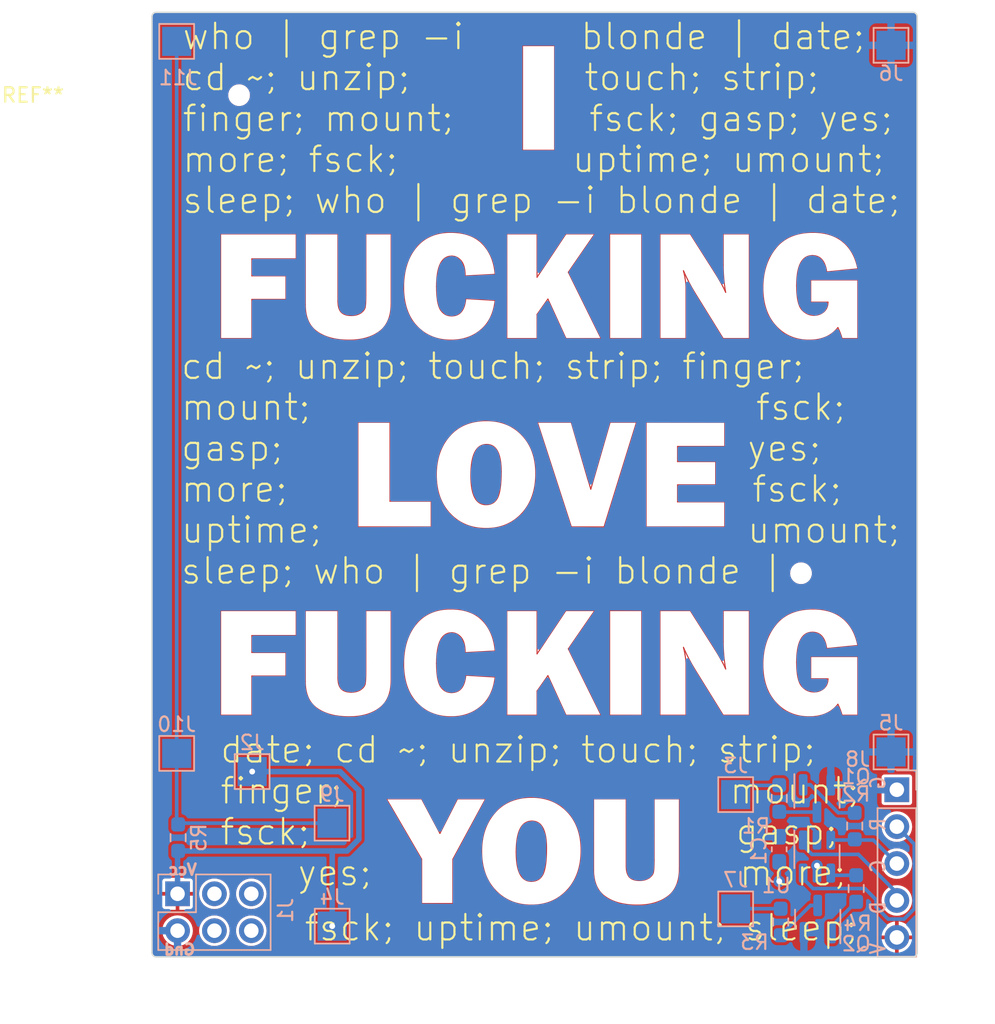
<source format=kicad_pcb>
(kicad_pcb (version 20211014) (generator pcbnew)
  (layers (0 "F.Cu" signal) (31 "B.Cu" signal) (34 "B.Paste" user) (35 "F.Paste" user) (36 "B.SilkS" user "B.Silkscreen") (37 "F.SilkS" user "F.Silkscreen") (38 "B.Mask" user) (39 "F.Mask" user) (44 "Edge.Cuts" user))
  (net 0 "")
  (net 1 "GND")
  (net 2 "Net-(D21-Pad1)")
  (net 3 "VDD")
  (net 8 "Net-(J3-Pad1)")
  (net 9 "Net-(J8-Pad3)")
  (net 10 "Net-(J7-Pad1)")
  (net 11 "Net-(Q1-Pad3)")
  (net 12 "Net-(Q2-Pad2)")
  (net 13 "Net-(Q2-Pad3)")
  (net 14 "Net-(Q1-Pad2)")
  (net 15 "Net-(R4-Pad2)")
  (net 16 "Net-(J10-Pad1)")
  (net 17 "Net-(J8-Pad4)")
  (net 18 "Net-(J8-Pad2)")
  (footprint "" (layer "F.Cu") (at 190.3 53.534717)
    (fp_text reference "")
    (fp_text value "")
  )
  (footprint "" (layer "F.Cu") (at 152.5 67.184717 90)
    (fp_text reference "")
    (fp_text value "")
  )
  (footprint "" (layer "F.Cu") (at 158 77.834717)
    (fp_text reference "")
    (fp_text value "")
  )
  (footprint "" (layer "F.Cu") (at 196.5 65.834717)
    (fp_text reference "")
    (fp_text value "")
  )
  (footprint "MountingHole:MountingHole_2.1mm" (layer "F.Cu") (at 151.6 20.634717)
    (fp_text reference "REF**")
    (fp_text value "MountingHole_2.1mm")
  )
  (footprint "" (layer "F.Cu") (at 185.8 68.134717)
    (fp_text reference "")
    (fp_text value "")
  )
  (footprint "" (layer "F.Cu") (at 196.5 15.934717)
    (fp_text reference "")
    (fp_text value "")
  )
  (footprint "Package_TO_SOT_SMD:SOT-23" (layer "B.Cu") (at 191.4 69.034717 -90)
    (fp_text reference "Q1")
    (fp_text value "MMDT2222A")
  )
  (footprint "Resistor_SMD:R_0603_1608Metric_Pad0.98x0.95mm_HandSolder" (layer "B.Cu") (at 194.1 75.234717 90)
    (fp_text reference "R4")
    (fp_text value "1K Ohm")
  )
  (footprint "TestPoint:TestPoint_Pad_2.0x2.0mm" (layer "B.Cu") (at 158.0125 77.822217 180)
    (fp_text reference "J4")
    (fp_text value "Conn_01x01")
  )
  (footprint "TestPoint:TestPoint_Pad_2.0x2.0mm" (layer "B.Cu") (at 196.5 17.204717 180)
    (fp_text reference "J6")
    (fp_text value "Conn_01x01")
  )
  (footprint "TestPoint:TestPoint_Pad_2.0x2.0mm" (layer "B.Cu") (at 147.3 65.934717 180)
    (fp_text reference "J10")
    (fp_text value "Conn_01x01")
  )
  (footprint "TestPoint:TestPoint_Pad_2.0x2.0mm" (layer "B.Cu") (at 147.3 16.934717 180)
    (fp_text reference "J11")
    (fp_text value "Conn_01x01")
  )
  (footprint "Resistor_SMD:R_0603_1608Metric_Pad0.98x0.95mm_HandSolder" (layer "B.Cu") (at 147.4 71.734717 90)
    (fp_text reference "R5")
    (fp_text value "68 Ohm")
  )
  (footprint "Resistor_SMD:R_0603_1608Metric_Pad0.98x0.95mm_HandSolder" (layer "B.Cu") (at 194 70.934717 90)
    (fp_text reference "R2")
    (fp_text value "1K Ohm")
  )
  (footprint "Resistor_SMD:R_0603_1608Metric_Pad0.98x0.95mm_HandSolder" (layer "B.Cu") (at 188.9 77.534717 90)
    (fp_text reference "R3")
    (fp_text value "68 Ohm")
  )
  (footprint "Capacitor_SMD:C_0603_1608Metric_Pad1.08x0.95mm_HandSolder" (layer "B.Cu") (at 188.8 72.534717 90)
    (fp_text reference "C1")
    (fp_text value ".1uF")
  )
  (footprint "Package_TO_SOT_SMD:SOT-23" (layer "B.Cu") (at 191.45 77.334717 90)
    (fp_text reference "Q2")
    (fp_text value "MMDT2222A")
  )
  (footprint "Connector_PinHeader_2.54mm:PinHeader_1x05_P2.54mm_Vertical" (layer "B.Cu") (at 196.9 68.434717 180)
    (fp_text reference "J8")
    (fp_text value "Conn_01x05_Male")
  )
  (footprint "TestPoint:TestPoint_Pad_2.0x2.0mm" (layer "B.Cu") (at 196.5 65.834717 180)
    (fp_text reference "J5")
    (fp_text value "Conn_01x01")
  )
  (footprint "TestPoint:TestPoint_Pad_2.0x2.0mm" (layer "B.Cu") (at 185.8 76.634717 180)
    (fp_text reference "J7")
    (fp_text value "Conn_01x01")
  )
  (footprint "Connector_PinHeader_2.54mm:PinHeader_2x03_P2.54mm_Vertical" (layer "B.Cu") (at 147.36 75.594717 -90)
    (fp_text reference "J1")
    (fp_text value "Conn_01x06_Female")
  )
  (footprint "TestPoint:TestPoint_Pad_2.0x2.0mm" (layer "B.Cu") (at 158 70.734717 180)
    (fp_text reference "J9")
    (fp_text value "Conn_01x01")
  )
  (footprint "Resistor_SMD:R_0603_1608Metric_Pad0.98x0.95mm_HandSolder" (layer "B.Cu") (at 188.8 69.034717 90)
    (fp_text reference "R1")
    (fp_text value "68 Ohm")
  )
  (footprint "TestPoint:TestPoint_Pad_2.0x2.0mm" (layer "B.Cu") (at 152.5 67.184717 180)
    (fp_text reference "J2")
    (fp_text value "Conn_01x01")
  )
  (footprint "TestPoint:TestPoint_Pad_2.0x2.0mm" (layer "B.Cu") (at 185.8 68.769717 180)
    (fp_text reference "J3")
    (fp_text value "Conn_01x01")
  )
  (footprint "Package_TO_SOT_SMD:SOT-23-6" (layer "B.Cu") (at 191.4 73.034717 -90)
    (fp_text reference "U1")
    (fp_text value "ATtiny10-TS")
  )
  (gr_curve locked (pts (xy 182.378867 37.3846) (xy 182.378867 37.3846) (xy 180.585899 37.3846) (xy 180.585899 37.3846)) (layer "F.Cu") (width 0.072))
  (gr_curve locked (pts (xy 171.726524 74.740459) (xy 172.09918 74.740459) (xy 172.366953 74.578155) (xy 172.53043 74.252959)) (layer "F.Cu") (width 0.072))
  (gr_curve locked (pts (xy 169.232188 58.885577) (xy 169.232188 58.885577) (xy 167.170274 58.996319) (xy 167.170274 58.996319)) (layer "F.Cu") (width 0.072))
  (gr_curve locked (pts (xy 171.085508 44.027373) (xy 171.716563 44.688311) (xy 172.032383 45.570733) (xy 172.032383 46.674639)) (layer "F.Cu") (width 0.072))
  (gr_curve locked (pts (xy 159.321055 61.722686) (xy 159.58707 61.722686) (xy 159.805625 61.665264) (xy 159.975547 61.551006)) (layer "F.Cu") (width 0.072))
  (gr_curve locked (pts (xy 158.40582 30.186358) (xy 158.40582 30.186358) (xy 158.40582 34.811163) (xy 158.40582 34.811163)) (layer "F.Cu") (width 0.072))
  (gr_curve locked (pts (xy 167.212461 34.637139) (xy 167.212461 34.637139) (xy 169.232188 34.758428) (xy 169.232188 34.758428)) (layer "F.Cu") (width 0.072))
  (gr_curve locked (pts (xy 154.825156 34.689873) (xy 154.825156 34.689873) (xy 152.478477 34.689873) (xy 152.478477 34.689873)) (layer "F.Cu") (width 0.072))
  (gr_curve locked (pts (xy 188.540586 57.094952) (xy 189.118906 56.361944) (xy 189.979649 55.995733) (xy 191.122227 55.995733)) (layer "F.Cu") (width 0.072))
  (gr_curve locked (pts (xy 162.07086 60.873663) (xy 162.07086 61.777178) (xy 161.8025 62.426397) (xy 161.266367 62.821905)) (layer "F.Cu") (width 0.072))
  (gr_curve locked (pts (xy 191.122227 30.075616) (xy 191.980039 30.075616) (xy 192.67086 30.293584) (xy 193.194688 30.729522)) (layer "F.Cu") (width 0.072))
  (gr_curve locked (pts (xy 182.204844 32.717608) (xy 182.32086 33.18167) (xy 182.378867 33.57542) (xy 182.378867 33.898858)) (layer "F.Cu") (width 0.072))
  (gr_curve locked (pts (xy 169.654063 46.548077) (xy 169.654063 45.296514) (xy 169.31832 44.670733) (xy 168.646836 44.670733)) (layer "F.Cu") (width 0.072))
  (gr_curve locked (pts (xy 150.326914 56.106475) (xy 150.326914 56.106475) (xy 155.531797 56.106475) (xy 155.531797 56.106475)) (layer "F.Cu") (width 0.072))
  (gr_curve locked (pts (xy 190.969297 60.799834) (xy 190.969297 60.799834) (xy 190.969297 59.270537) (xy 190.969297 59.270537)) (layer "F.Cu") (width 0.072))
  (gr_curve locked (pts (xy 172.868516 34.664678) (xy 172.868516 34.664678) (xy 172.122031 35.723467) (xy 172.122031 35.723467)) (layer "F.Cu") (width 0.072))
  (gr_curve locked (pts (xy 179.631406 50.344952) (xy 179.631406 50.344952) (xy 179.631406 43.146709) (xy 179.631406 43.146709)) (layer "F.Cu") (width 0.072))
  (gr_curve locked (pts (xy 184.941758 30.186358) (xy 184.941758 30.186358) (xy 186.74 30.186358) (xy 186.74 30.186358)) (layer "F.Cu") (width 0.072))
  (gr_curve locked (pts (xy 189.998985 33.740655) (xy 189.998985 34.573858) (xy 190.115 35.123467) (xy 190.347031 35.388897)) (layer "F.Cu") (width 0.072))
  (gr_curve locked (pts (xy 194.212461 58.505889) (xy 194.212461 58.505889) (xy 192.071445 58.716827) (xy 192.071445 58.716827)) (layer "F.Cu") (width 0.072))
  (gr_curve locked (pts (xy 168.253672 62.708819) (xy 167.696445 63.179913) (xy 167.01207 63.415459) (xy 166.199961 63.415459)) (layer "F.Cu") (width 0.072))
  (gr_curve locked (pts (xy 182.378867 33.898858) (xy 182.378867 33.898858) (xy 182.378867 37.3846) (xy 182.378867 37.3846)) (layer "F.Cu") (width 0.072))
  (gr_curve locked (pts (xy 168.364414 56.786748) (xy 168.875938 57.314092) (xy 169.165391 58.013702) (xy 169.232188 58.885577)) (layer "F.Cu") (width 0.072))
  (gr_curve locked (pts (xy 194.212461 32.585772) (xy 194.212461 32.585772) (xy 192.071445 32.796709) (xy 192.071445 32.796709)) (layer "F.Cu") (width 0.072))
  (gr_curve locked (pts (xy 168.604649 48.820928) (xy 168.977305 48.820928) (xy 169.245078 48.658038) (xy 169.408555 48.332842)) (layer "F.Cu") (width 0.072))
  (gr_curve locked (pts (xy 176.09293 56.106475) (xy 176.09293 56.106475) (xy 174.274766 58.74085) (xy 174.274766 58.74085)) (layer "F.Cu") (width 0.072))
  (gr_curve locked (pts (xy 167.212461 60.557256) (xy 167.212461 60.557256) (xy 169.232188 60.678545) (xy 169.232188 60.678545)) (layer "F.Cu") (width 0.072))
  (gr_curve locked (pts (xy 177.151719 43.146709) (xy 177.151719 43.146709) (xy 178.968125 43.146709) (xy 178.968125 43.146709)) (layer "F.Cu") (width 0.072))
  (gr_curve locked (pts (xy 192.071445 32.796709) (xy 191.965977 32.047881) (xy 191.637266 31.673467) (xy 191.085313 31.673467)) (layer "F.Cu") (width 0.072))
  (gr_curve locked (pts (xy 162.07086 34.953545) (xy 162.07086 35.857061) (xy 161.8025 36.506866) (xy 161.266367 36.902373)) (layer "F.Cu") (width 0.072))
  (gr_curve locked (pts (xy 182.378867 59.818975) (xy 182.378867 59.818975) (xy 182.378867 63.304717) (xy 182.378867 63.304717)) (layer "F.Cu") (width 0.072))
  (gr_curve locked (pts (xy 160.280235 35.243584) (xy 160.313633 35.099444) (xy 160.330625 34.818194) (xy 160.330625 34.399834)) (layer "F.Cu") (width 0.072))
  (gr_curve locked (pts (xy 186.74 30.186358) (xy 186.74 30.186358) (xy 186.74 37.3846) (xy 186.74 37.3846)) (layer "F.Cu") (width 0.072))
  (gr_curve locked (pts (xy 165.469297 61.327178) (xy 165.650352 61.608428) (xy 165.904649 61.749053) (xy 166.231602 61.749053)) (layer "F.Cu") (width 0.072))
  (gr_curve locked (pts (xy 164.174961 76.264483) (xy 164.174961 76.264483) (xy 164.174961 73.216436) (xy 164.174961 73.216436)) (layer "F.Cu") (width 0.072))
  (gr_curve locked (pts (xy 180.585899 63.304717) (xy 180.585899 63.304717) (xy 180.585899 56.106475) (xy 180.585899 56.106475)) (layer "F.Cu") (width 0.072))
  (gr_curve locked (pts (xy 177.12125 56.106475) (xy 177.12125 56.106475) (xy 179.33082 56.106475) (xy 179.33082 56.106475)) (layer "F.Cu") (width 0.072))
  (gr_curve locked (pts (xy 180.134727 74.123467) (xy 180.168125 73.979327) (xy 180.185117 73.698077) (xy 180.185117 73.279717)) (layer "F.Cu") (width 0.072))
  (gr_curve locked (pts (xy 174.199766 75.341631) (xy 173.563438 76.030694) (xy 172.742539 76.375225) (xy 171.73707 76.375225)) (layer "F.Cu") (width 0.072))
  (gr_curve locked (pts (xy 179.33082 37.3846) (xy 179.33082 37.3846) (xy 177.12125 37.3846) (xy 177.12125 37.3846)) (layer "F.Cu") (width 0.072))
  (gr_curve locked (pts (xy 185.047227 50.344952) (xy 185.047227 50.344952) (xy 179.631406 50.344952) (xy 179.631406 50.344952)) (layer "F.Cu") (width 0.072))
  (gr_curve locked (pts (xy 184.941758 37.3846) (xy 184.941758 37.3846) (xy 182.970078 34.204131) (xy 182.970078 34.204131)) (layer "F.Cu") (width 0.072))
  (gr_curve locked (pts (xy 166.231602 61.749053) (xy 166.815195 61.749053) (xy 167.142149 61.351788) (xy 167.212461 60.557256)) (layer "F.Cu") (width 0.072))
  (gr_curve locked (pts (xy 185.047227 43.146709) (xy 185.047227 43.146709) (xy 185.047227 44.807842) (xy 185.047227 44.807842)) (layer "F.Cu") (width 0.072))
  (gr_curve locked (pts (xy 181.798789 48.625811) (xy 181.798789 48.625811) (xy 185.047227 48.625811) (xy 185.047227 48.625811)) (layer "F.Cu") (width 0.072))
  (gr_curve locked (pts (xy 160.330625 30.186358) (xy 160.330625 30.186358) (xy 162.07086 30.186358) (xy 162.07086 30.186358)) (layer "F.Cu") (width 0.072))
  (gr_curve locked (pts (xy 177.12125 37.3846) (xy 177.12125 37.3846) (xy 177.12125 30.186358) (xy 177.12125 30.186358)) (layer "F.Cu") (width 0.072))
  (gr_curve locked (pts (xy 192.161094 34.879717) (xy 192.161094 34.879717) (xy 190.969297 34.879717) (xy 190.969297 34.879717)) (layer "F.Cu") (width 0.072))
  (gr_curve locked (pts (xy 170.682383 72.73128) (xy 170.682383 74.070733) (xy 171.03043 74.740459) (xy 171.726524 74.740459)) (layer "F.Cu") (width 0.072))
  (gr_curve locked (pts (xy 184.941758 32.316827) (xy 184.941758 32.316827) (xy 184.941758 30.186358) (xy 184.941758 30.186358)) (layer "F.Cu") (width 0.072))
  (gr_curve locked (pts (xy 180.585899 56.106475) (xy 180.585899 56.106475) (xy 182.67418 56.106475) (xy 182.67418 56.106475)) (layer "F.Cu") (width 0.072))
  (gr_curve locked (pts (xy 174.107188 30.186358) (xy 174.107188 30.186358) (xy 176.09293 30.186358) (xy 176.09293 30.186358)) (layer "F.Cu") (width 0.072))
  (gr_curve locked (pts (xy 161.266367 62.821905) (xy 160.730235 63.217413) (xy 160.031797 63.415459) (xy 159.170469 63.415459)) (layer "F.Cu") (width 0.072))
  (gr_curve locked (pts (xy 190.969297 59.270537) (xy 190.969297 59.270537) (xy 194.212461 59.270537) (xy 194.212461 59.270537)) (layer "F.Cu") (width 0.072))
  (gr_curve locked (pts (xy 173.329649 24.424541) (xy 173.329649 24.424541) (xy 171.120078 24.424541) (xy 171.120078 24.424541)) (layer "F.Cu") (width 0.072))
  (gr_curve locked (pts (xy 187.673399 33.888311) (xy 187.673399 32.81253) (xy 187.962266 31.908428) (xy 188.540586 31.17542)) (layer "F.Cu") (width 0.072))
  (gr_curve locked (pts (xy 182.67418 56.106475) (xy 182.67418 56.106475) (xy 184.351133 58.742608) (xy 184.351133 58.742608)) (layer "F.Cu") (width 0.072))
  (gr_curve locked (pts (xy 152.478477 31.900225) (xy 152.478477 31.900225) (xy 152.478477 33.070928) (xy 152.478477 33.070928)) (layer "F.Cu") (width 0.072))
  (gr_curve locked (pts (xy 172.122031 61.643584) (xy 172.122031 61.643584) (xy 172.122031 63.304717) (xy 172.122031 63.304717)) (layer "F.Cu") (width 0.072))
  (gr_curve locked (pts (xy 162.93043 33.846123) (xy 162.93043 32.717608) (xy 163.215195 31.807061) (xy 163.784727 31.114483)) (layer "F.Cu") (width 0.072))
  (gr_curve locked (pts (xy 180.185117 69.066241) (xy 180.185117 69.066241) (xy 181.925352 69.066241) (xy 181.925352 69.066241)) (layer "F.Cu") (width 0.072))
  (gr_curve locked (pts (xy 178.260313 69.066241) (xy 178.260313 69.066241) (xy 178.260313 73.691045) (xy 178.260313 73.691045)) (layer "F.Cu") (width 0.072))
  (gr_curve locked (pts (xy 156.984336 62.845928) (xy 156.434141 62.466241) (xy 156.159336 61.847491) (xy 156.159336 60.989678)) (layer "F.Cu") (width 0.072))
  (gr_curve locked (pts (xy 188.569883 36.522686) (xy 187.972227 35.874053) (xy 187.673399 34.995733) (xy 187.673399 33.888311)) (layer "F.Cu") (width 0.072))
  (gr_curve locked (pts (xy 187.673399 59.808428) (xy 187.673399 58.732647) (xy 187.962266 57.827959) (xy 188.540586 57.094952)) (layer "F.Cu") (width 0.072))
  (gr_curve locked (pts (xy 172.122031 59.082452) (xy 172.122031 59.082452) (xy 174.107188 56.106475) (xy 174.107188 56.106475)) (layer "F.Cu") (width 0.072))
  (gr_curve locked (pts (xy 165.432383 71.439288) (xy 165.432383 71.439288) (xy 166.641758 69.066241) (xy 166.641758 69.066241)) (layer "F.Cu") (width 0.072))
  (gr_curve locked (pts (xy 161.991758 43.146709) (xy 161.991758 43.146709) (xy 161.991758 48.57835) (xy 161.991758 48.57835)) (layer "F.Cu") (width 0.072))
  (gr_curve locked (pts (xy 184.351133 58.742608) (xy 184.685117 59.267022) (xy 184.938242 59.727569) (xy 185.110508 60.124834)) (layer "F.Cu") (width 0.072))
  (gr_curve locked (pts (xy 150.326914 63.304717) (xy 150.326914 63.304717) (xy 150.326914 56.106475) (xy 150.326914 56.106475)) (layer "F.Cu") (width 0.072))
  (gr_curve locked (pts (xy 168.646836 44.670733) (xy 167.922617 44.670733) (xy 167.560508 45.384405) (xy 167.560508 46.811748)) (layer "F.Cu") (width 0.072))
  (gr_curve locked (pts (xy 191.122227 55.995733) (xy 191.980039 55.995733) (xy 192.67086 56.213702) (xy 193.194688 56.649639)) (layer "F.Cu") (width 0.072))
  (gr_curve locked (pts (xy 170.039024 63.304717) (xy 170.039024 63.304717) (xy 170.039024 56.106475) (xy 170.039024 56.106475)) (layer "F.Cu") (width 0.072))
  (gr_curve locked (pts (xy 176.734531 50.344952) (xy 176.734531 50.344952) (xy 174.482774 50.344952) (xy 174.482774 50.344952)) (layer "F.Cu") (width 0.072))
  (gr_curve locked (pts (xy 164.828867 50.344952) (xy 164.828867 50.344952) (xy 159.782188 50.344952) (xy 159.782188 50.344952)) (layer "F.Cu") (width 0.072))
  (gr_curve locked (pts (xy 166.242149 57.630498) (xy 165.546055 57.630498) (xy 165.198008 58.330108) (xy 165.198008 59.729327)) (layer "F.Cu") (width 0.072))
  (gr_curve locked (pts (xy 166.199961 37.495342) (xy 165.222617 37.495342) (xy 164.43336 37.171905) (xy 163.832188 36.52503)) (layer "F.Cu") (width 0.072))
  (gr_curve locked (pts (xy 165.469297 35.407061) (xy 165.650352 35.688311) (xy 165.904649 35.828936) (xy 166.231602 35.828936)) (layer "F.Cu") (width 0.072))
  (gr_curve locked (pts (xy 168.253672 36.788702) (xy 167.696445 37.259795) (xy 167.01207 37.495342) (xy 166.199961 37.495342)) (layer "F.Cu") (width 0.072))
  (gr_curve locked (pts (xy 161.991758 48.57835) (xy 161.991758 48.57835) (xy 164.828867 48.57835) (xy 164.828867 48.57835)) (layer "F.Cu") (width 0.072))
  (gr_curve locked (pts (xy 152.478477 63.304717) (xy 152.478477 63.304717) (xy 150.326914 63.304717) (xy 150.326914 63.304717)) (layer "F.Cu") (width 0.072))
  (gr_curve locked (pts (xy 155.531797 57.820342) (xy 155.531797 57.820342) (xy 152.478477 57.820342) (xy 152.478477 57.820342)) (layer "F.Cu") (width 0.072))
  (gr_curve locked (pts (xy 171.120078 17.226299) (xy 171.120078 17.226299) (xy 173.329649 17.226299) (xy 173.329649 17.226299)) (layer "F.Cu") (width 0.072))
  (gr_curve locked (pts (xy 172.122031 63.304717) (xy 172.122031 63.304717) (xy 170.039024 63.304717) (xy 170.039024 63.304717)) (layer "F.Cu") (width 0.072))
  (gr_curve locked (pts (xy 185.047227 44.807842) (xy 185.047227 44.807842) (xy 181.798789 44.807842) (xy 181.798789 44.807842)) (layer "F.Cu") (width 0.072))
  (gr_curve locked (pts (xy 152.478477 37.3846) (xy 152.478477 37.3846) (xy 150.326914 37.3846) (xy 150.326914 37.3846)) (layer "F.Cu") (width 0.072))
  (gr_curve locked (pts (xy 179.33082 63.304717) (xy 179.33082 63.304717) (xy 177.12125 63.304717) (xy 177.12125 63.304717)) (layer "F.Cu") (width 0.072))
  (gr_curve locked (pts (xy 152.478477 60.609991) (xy 152.478477 60.609991) (xy 152.478477 63.304717) (xy 152.478477 63.304717)) (layer "F.Cu") (width 0.072))
  (gr_curve locked (pts (xy 152.478477 34.689873) (xy 152.478477 34.689873) (xy 152.478477 37.3846) (xy 152.478477 37.3846)) (layer "F.Cu") (width 0.072))
  (gr_curve locked (pts (xy 172.122031 30.186358) (xy 172.122031 30.186358) (xy 172.122031 33.16292) (xy 172.122031 33.16292)) (layer "F.Cu") (width 0.072))
  (gr_curve locked (pts (xy 168.364414 30.866631) (xy 168.875938 31.393975) (xy 169.165391 32.093584) (xy 169.232188 32.965459)) (layer "F.Cu") (width 0.072))
  (gr_curve locked (pts (xy 179.33082 56.106475) (xy 179.33082 56.106475) (xy 179.33082 63.304717) (xy 179.33082 63.304717)) (layer "F.Cu") (width 0.072))
  (gr_curve locked (pts (xy 194.212461 63.304717) (xy 194.212461 63.304717) (xy 193.131406 63.304717) (xy 193.131406 63.304717)) (layer "F.Cu") (width 0.072))
  (gr_curve locked (pts (xy 171.077891 49.4221) (xy 170.441563 50.111163) (xy 169.620664 50.455694) (xy 168.615195 50.455694)) (layer "F.Cu") (width 0.072))
  (gr_curve locked (pts (xy 168.304063 72.673272) (xy 168.304063 71.597491) (xy 168.60875 70.709209) (xy 169.218711 70.007842)) (layer "F.Cu") (width 0.072))
  (gr_curve locked (pts (xy 182.378867 63.304717) (xy 182.378867 63.304717) (xy 180.585899 63.304717) (xy 180.585899 63.304717)) (layer "F.Cu") (width 0.072))
  (gr_curve locked (pts (xy 184.941758 58.236944) (xy 184.941758 58.236944) (xy 184.941758 56.106475) (xy 184.941758 56.106475)) (layer "F.Cu") (width 0.072))
  (gr_curve locked (pts (xy 166.096836 44.087725) (xy 166.706797 43.386358) (xy 167.553477 43.035967) (xy 168.636289 43.035967)) (layer "F.Cu") (width 0.072))
  (gr_curve locked (pts (xy 164.174961 73.216436) (xy 164.174961 73.216436) (xy 161.753281 69.066241) (xy 161.753281 69.066241)) (layer "F.Cu") (width 0.072))
  (gr_curve locked (pts (xy 158.623789 61.485381) (xy 158.769102 61.643584) (xy 159.001719 61.722686) (xy 159.321055 61.722686)) (layer "F.Cu") (width 0.072))
  (gr_curve locked (pts (xy 191.085313 31.673467) (xy 190.361094 31.673467) (xy 189.998985 32.36253) (xy 189.998985 33.740655)) (layer "F.Cu") (width 0.072))
  (gr_curve locked (pts (xy 169.260899 75.367998) (xy 168.622813 74.696514) (xy 168.304063 73.798272) (xy 168.304063 72.673272)) (layer "F.Cu") (width 0.072))
  (gr_curve locked (pts (xy 172.122031 37.3846) (xy 172.122031 37.3846) (xy 170.039024 37.3846) (xy 170.039024 37.3846)) (layer "F.Cu") (width 0.072))
  (gr_curve locked (pts (xy 161.753281 69.066241) (xy 161.753281 69.066241) (xy 164.17086 69.066241) (xy 164.17086 69.066241)) (layer "F.Cu") (width 0.072))
  (gr_curve locked (pts (xy 192.161094 60.799834) (xy 192.161094 60.799834) (xy 190.969297 60.799834) (xy 190.969297 60.799834)) (layer "F.Cu") (width 0.072))
  (gr_curve locked (pts (xy 167.560508 46.811748) (xy 167.560508 48.151202) (xy 167.908555 48.820928) (xy 168.604649 48.820928)) (layer "F.Cu") (width 0.072))
  (gr_curve locked (pts (xy 172.147227 43.146709) (xy 172.147227 43.146709) (xy 174.475156 43.146709) (xy 174.475156 43.146709)) (layer "F.Cu") (width 0.072))
  (gr_curve locked (pts (xy 182.970078 34.204131) (xy 182.717539 33.796319) (xy 182.46207 33.301202) (xy 182.204844 32.717608)) (layer "F.Cu") (width 0.072))
  (gr_curve locked (pts (xy 173.329649 17.226299) (xy 173.329649 17.226299) (xy 173.329649 24.424541) (xy 173.329649 24.424541)) (layer "F.Cu") (width 0.072))
  (gr_curve locked (pts (xy 190.858555 37.495342) (xy 189.93043 37.495342) (xy 189.167539 37.171319) (xy 188.569883 36.522686)) (layer "F.Cu") (width 0.072))
  (gr_curve locked (pts (xy 169.218711 70.007842) (xy 169.828672 69.306475) (xy 170.675352 68.955498) (xy 171.758164 68.955498)) (layer "F.Cu") (width 0.072))
  (gr_curve locked (pts (xy 179.33082 30.186358) (xy 179.33082 30.186358) (xy 179.33082 37.3846) (xy 179.33082 37.3846)) (layer "F.Cu") (width 0.072))
  (gr_curve locked (pts (xy 161.266367 36.902373) (xy 160.730235 37.297881) (xy 160.031797 37.495342) (xy 159.170469 37.495342)) (layer "F.Cu") (width 0.072))
  (gr_curve locked (pts (xy 184.424961 47.449834) (xy 184.424961 47.449834) (xy 181.798789 47.449834) (xy 181.798789 47.449834)) (layer "F.Cu") (width 0.072))
  (gr_curve locked (pts (xy 176.013828 73.949444) (xy 176.013828 73.949444) (xy 176.013828 69.066241) (xy 176.013828 69.066241)) (layer "F.Cu") (width 0.072))
  (gr_curve locked (pts (xy 162.07086 56.106475) (xy 162.07086 56.106475) (xy 162.07086 60.873663) (xy 162.07086 60.873663)) (layer "F.Cu") (width 0.072))
  (gr_curve locked (pts (xy 155.531797 30.186358) (xy 155.531797 30.186358) (xy 155.531797 31.900225) (xy 155.531797 31.900225)) (layer "F.Cu") (width 0.072))
  (gr_curve locked (pts (xy 172.122031 33.16292) (xy 172.122031 33.16292) (xy 174.107188 30.186358) (xy 174.107188 30.186358)) (layer "F.Cu") (width 0.072))
  (gr_curve locked (pts (xy 181.798789 45.851983) (xy 181.798789 45.851983) (xy 184.424961 45.851983) (xy 184.424961 45.851983)) (layer "F.Cu") (width 0.072))
  (gr_curve locked (pts (xy 152.478477 57.820342) (xy 152.478477 57.820342) (xy 152.478477 58.991045) (xy 152.478477 58.991045)) (layer "F.Cu") (width 0.072))
  (gr_curve locked (pts (xy 194.212461 33.35042) (xy 194.212461 33.35042) (xy 194.212461 37.3846) (xy 194.212461 37.3846)) (layer "F.Cu") (width 0.072))
  (gr_curve locked (pts (xy 186.74 63.304717) (xy 186.74 63.304717) (xy 184.941758 63.304717) (xy 184.941758 63.304717)) (layer "F.Cu") (width 0.072))
  (gr_curve locked (pts (xy 169.408555 48.332842) (xy 169.572031 48.007647) (xy 169.654063 47.41292) (xy 169.654063 46.548077)) (layer "F.Cu") (width 0.072))
  (gr_curve locked (pts (xy 192.071445 58.716827) (xy 191.965977 57.967998) (xy 191.637266 57.593584) (xy 191.085313 57.593584)) (layer "F.Cu") (width 0.072))
  (gr_curve locked (pts (xy 176.530625 63.304717) (xy 176.530625 63.304717) (xy 174.113047 63.304717) (xy 174.113047 63.304717)) (layer "F.Cu") (width 0.072))
  (gr_curve locked (pts (xy 169.232188 60.678545) (xy 169.137266 61.560967) (xy 168.810899 62.237725) (xy 168.253672 62.708819)) (layer "F.Cu") (width 0.072))
  (gr_curve locked (pts (xy 165.182188 46.753741) (xy 165.182188 45.677959) (xy 165.486875 44.789092) (xy 166.096836 44.087725)) (layer "F.Cu") (width 0.072))
  (gr_curve locked (pts (xy 159.321055 35.802569) (xy 159.58707 35.802569) (xy 159.805625 35.745733) (xy 159.975547 35.631475)) (layer "F.Cu") (width 0.072))
  (gr_curve locked (pts (xy 166.32125 76.264483) (xy 166.32125 76.264483) (xy 164.174961 76.264483) (xy 164.174961 76.264483)) (layer "F.Cu") (width 0.072))
  (gr_curve locked (pts (xy 181.798789 47.449834) (xy 181.798789 47.449834) (xy 181.798789 48.625811) (xy 181.798789 48.625811)) (layer "F.Cu") (width 0.072))
  (gr_curve locked (pts (xy 158.623789 35.565264) (xy 158.769102 35.723467) (xy 159.001719 35.802569) (xy 159.321055 35.802569)) (layer "F.Cu") (width 0.072))
  (gr_curve locked (pts (xy 163.832188 36.52503) (xy 163.231016 35.878155) (xy 162.93043 34.985186) (xy 162.93043 33.846123)) (layer "F.Cu") (width 0.072))
  (gr_curve locked (pts (xy 170.039024 30.186358) (xy 170.039024 30.186358) (xy 172.122031 30.186358) (xy 172.122031 30.186358)) (layer "F.Cu") (width 0.072))
  (gr_curve locked (pts (xy 163.784727 57.0346) (xy 164.354258 56.342022) (xy 165.148789 55.995733) (xy 166.16832 55.995733)) (layer "F.Cu") (width 0.072))
  (gr_curve locked (pts (xy 159.975547 61.551006) (xy 160.145469 61.436748) (xy 160.247422 61.307842) (xy 160.280235 61.163702)) (layer "F.Cu") (width 0.072))
  (gr_curve locked (pts (xy 172.775938 72.467608) (xy 172.775938 71.216045) (xy 172.440195 70.590264) (xy 171.768711 70.590264)) (layer "F.Cu") (width 0.072))
  (gr_curve locked (pts (xy 179.175547 74.682452) (xy 179.441563 74.682452) (xy 179.660117 74.625616) (xy 179.830039 74.511358)) (layer "F.Cu") (width 0.072))
  (gr_curve locked (pts (xy 192.841367 62.550616) (xy 192.394883 63.127178) (xy 191.733945 63.415459) (xy 190.858555 63.415459)) (layer "F.Cu") (width 0.072))
  (gr_curve locked (pts (xy 170.039024 37.3846) (xy 170.039024 37.3846) (xy 170.039024 30.186358) (xy 170.039024 30.186358)) (layer "F.Cu") (width 0.072))
  (gr_curve locked (pts (xy 152.478477 33.070928) (xy 152.478477 33.070928) (xy 154.825156 33.070928) (xy 154.825156 33.070928)) (layer "F.Cu") (width 0.072))
  (gr_curve locked (pts (xy 190.347031 61.308428) (xy 190.579063 61.573858) (xy 190.860313 61.706866) (xy 191.190781 61.706866)) (layer "F.Cu") (width 0.072))
  (gr_curve locked (pts (xy 193.131406 63.304717) (xy 193.043516 63.005889) (xy 192.946836 62.754522) (xy 192.841367 62.550616)) (layer "F.Cu") (width 0.072))
  (gr_curve locked (pts (xy 165.198008 59.729327) (xy 165.198008 60.513311) (xy 165.288242 61.045928) (xy 165.469297 61.327178)) (layer "F.Cu") (width 0.072))
  (gr_curve locked (pts (xy 171.758164 68.955498) (xy 172.760117 68.955498) (xy 173.576328 69.285967) (xy 174.207383 69.946905)) (layer "F.Cu") (width 0.072))
  (gr_curve locked (pts (xy 182.970078 60.124248) (xy 182.717539 59.716436) (xy 182.46207 59.220733) (xy 182.204844 58.637725)) (layer "F.Cu") (width 0.072))
  (gr_curve locked (pts (xy 190.347031 35.388897) (xy 190.579063 35.654327) (xy 190.860313 35.786748) (xy 191.190781 35.786748)) (layer "F.Cu") (width 0.072))
  (gr_curve locked (pts (xy 174.113047 37.3846) (xy 174.113047 37.3846) (xy 172.868516 34.664678) (xy 172.868516 34.664678)) (layer "F.Cu") (width 0.072))
  (gr_curve locked (pts (xy 159.782188 50.344952) (xy 159.782188 50.344952) (xy 159.782188 43.146709) (xy 159.782188 43.146709)) (layer "F.Cu") (width 0.072))
  (gr_curve locked (pts (xy 191.085313 57.593584) (xy 190.361094 57.593584) (xy 189.998985 58.282647) (xy 189.998985 59.660772)) (layer "F.Cu") (width 0.072))
  (gr_curve locked (pts (xy 186.74 56.106475) (xy 186.74 56.106475) (xy 186.74 63.304717) (xy 186.74 63.304717)) (layer "F.Cu") (width 0.072))
  (gr_curve locked (pts (xy 159.170469 63.415459) (xy 158.263438 63.415459) (xy 157.534531 63.225616) (xy 156.984336 62.845928)) (layer "F.Cu") (width 0.072))
  (gr_curve locked (pts (xy 181.798789 44.807842) (xy 181.798789 44.807842) (xy 181.798789 45.851983) (xy 181.798789 45.851983)) (layer "F.Cu") (width 0.072))
  (gr_curve locked (pts (xy 188.569883 62.442217) (xy 187.972227 61.793584) (xy 187.673399 60.91585) (xy 187.673399 59.808428)) (layer "F.Cu") (width 0.072))
  (gr_curve locked (pts (xy 175.821055 47.755694) (xy 175.821055 47.755694) (xy 177.151719 43.146709) (xy 177.151719 43.146709)) (layer "F.Cu") (width 0.072))
  (gr_curve locked (pts (xy 164.17086 69.066241) (xy 164.17086 69.066241) (xy 165.432383 71.439288) (xy 165.432383 71.439288)) (layer "F.Cu") (width 0.072))
  (gr_curve locked (pts (xy 164.828867 48.57835) (xy 164.828867 48.57835) (xy 164.828867 50.344952) (xy 164.828867 50.344952)) (layer "F.Cu") (width 0.072))
  (gr_curve locked (pts (xy 178.260313 73.691045) (xy 178.260313 74.035577) (xy 178.332969 74.286944) (xy 178.478281 74.445147)) (layer "F.Cu") (width 0.072))
  (gr_curve locked (pts (xy 166.893125 32.032061) (xy 166.708555 31.817608) (xy 166.491758 31.710381) (xy 166.242149 31.710381)) (layer "F.Cu") (width 0.072))
  (gr_curve locked (pts (xy 166.893125 57.952178) (xy 166.708555 57.737725) (xy 166.491758 57.630498) (xy 166.242149 57.630498)) (layer "F.Cu") (width 0.072))
  (gr_curve locked (pts (xy 174.107188 56.106475) (xy 174.107188 56.106475) (xy 176.09293 56.106475) (xy 176.09293 56.106475)) (layer "F.Cu") (width 0.072))
  (gr_curve locked (pts (xy 180.585899 30.186358) (xy 180.585899 30.186358) (xy 182.67418 30.186358) (xy 182.67418 30.186358)) (layer "F.Cu") (width 0.072))
  (gr_curve locked (pts (xy 154.825156 33.070928) (xy 154.825156 33.070928) (xy 154.825156 34.689873) (xy 154.825156 34.689873)) (layer "F.Cu") (width 0.072))
  (gr_curve locked (pts (xy 156.984336 36.925811) (xy 156.434141 36.546123) (xy 156.159336 35.927373) (xy 156.159336 35.069561)) (layer "F.Cu") (width 0.072))
  (gr_curve locked (pts (xy 166.139024 49.448467) (xy 165.500938 48.776983) (xy 165.182188 47.878741) (xy 165.182188 46.753741)) (layer "F.Cu") (width 0.072))
  (gr_curve locked (pts (xy 156.159336 56.106475) (xy 156.159336 56.106475) (xy 158.40582 56.106475) (xy 158.40582 56.106475)) (layer "F.Cu") (width 0.072))
  (gr_curve locked (pts (xy 166.641758 69.066241) (xy 166.641758 69.066241) (xy 168.57418 69.066241) (xy 168.57418 69.066241)) (layer "F.Cu") (width 0.072))
  (gr_curve locked (pts (xy 167.170274 33.076202) (xy 167.170274 32.594561) (xy 167.077695 32.246514) (xy 166.893125 32.032061)) (layer "F.Cu") (width 0.072))
  (gr_curve locked (pts (xy 160.330625 60.319952) (xy 160.330625 60.319952) (xy 160.330625 56.106475) (xy 160.330625 56.106475)) (layer "F.Cu") (width 0.072))
  (gr_curve locked (pts (xy 162.07086 30.186358) (xy 162.07086 30.186358) (xy 162.07086 34.953545) (xy 162.07086 34.953545)) (layer "F.Cu") (width 0.072))
  (gr_curve locked (pts (xy 181.925352 69.066241) (xy 181.925352 69.066241) (xy 181.925352 73.833428) (xy 181.925352 73.833428)) (layer "F.Cu") (width 0.072))
  (gr_curve locked (pts (xy 159.782188 43.146709) (xy 159.782188 43.146709) (xy 161.991758 43.146709) (xy 161.991758 43.146709)) (layer "F.Cu") (width 0.072))
  (gr_curve locked (pts (xy 152.478477 58.991045) (xy 152.478477 58.991045) (xy 154.825156 58.991045) (xy 154.825156 58.991045)) (layer "F.Cu") (width 0.072))
  (gr_curve locked (pts (xy 191.190781 61.706866) (xy 191.457969 61.706866) (xy 191.685313 61.626006) (xy 191.873399 61.464288)) (layer "F.Cu") (width 0.072))
  (gr_curve locked (pts (xy 191.873399 35.54417) (xy 192.061485 35.382452) (xy 192.157578 35.160967) (xy 192.161094 34.879717)) (layer "F.Cu") (width 0.072))
  (gr_curve locked (pts (xy 171.768711 70.590264) (xy 171.044492 70.590264) (xy 170.682383 71.303936) (xy 170.682383 72.73128)) (layer "F.Cu") (width 0.072))
  (gr_curve locked (pts (xy 185.110508 60.124834) (xy 184.998008 59.5096) (xy 184.941758 58.880303) (xy 184.941758 58.236944)) (layer "F.Cu") (width 0.072))
  (gr_curve locked (pts (xy 177.12125 63.304717) (xy 177.12125 63.304717) (xy 177.12125 56.106475) (xy 177.12125 56.106475)) (layer "F.Cu") (width 0.072))
  (gr_curve locked (pts (xy 172.032383 46.674639) (xy 172.032383 47.817217) (xy 171.714219 48.733037) (xy 171.077891 49.4221)) (layer "F.Cu") (width 0.072))
  (gr_curve locked (pts (xy 176.09293 30.186358) (xy 176.09293 30.186358) (xy 174.274766 32.820733) (xy 174.274766 32.820733)) (layer "F.Cu") (width 0.072))
  (gr_curve locked (pts (xy 162.93043 59.766241) (xy 162.93043 58.637725) (xy 163.215195 57.727178) (xy 163.784727 57.0346)) (layer "F.Cu") (width 0.072))
  (gr_curve locked (pts (xy 177.12125 30.186358) (xy 177.12125 30.186358) (xy 179.33082 30.186358) (xy 179.33082 30.186358)) (layer "F.Cu") (width 0.072))
  (gr_curve locked (pts (xy 158.40582 60.73128) (xy 158.40582 61.075811) (xy 158.478477 61.327178) (xy 158.623789 61.485381)) (layer "F.Cu") (width 0.072))
  (gr_curve locked (pts (xy 190.969297 33.35042) (xy 190.969297 33.35042) (xy 194.212461 33.35042) (xy 194.212461 33.35042)) (layer "F.Cu") (width 0.072))
  (gr_curve locked (pts (xy 163.832188 62.445147) (xy 163.231016 61.798272) (xy 162.93043 60.905303) (xy 162.93043 59.766241)) (layer "F.Cu") (width 0.072))
  (gr_curve locked (pts (xy 175.154258 72.59417) (xy 175.154258 73.736748) (xy 174.836094 74.652569) (xy 174.199766 75.341631)) (layer "F.Cu") (width 0.072))
  (gr_curve locked (pts (xy 168.615195 50.455694) (xy 167.602695 50.455694) (xy 166.77711 50.119952) (xy 166.139024 49.448467)) (layer "F.Cu") (width 0.072))
  (gr_curve locked (pts (xy 168.636289 43.035967) (xy 169.638242 43.035967) (xy 170.454453 43.366436) (xy 171.085508 44.027373)) (layer "F.Cu") (width 0.072))
  (gr_curve locked (pts (xy 190.858555 63.415459) (xy 189.93043 63.415459) (xy 189.167539 63.09085) (xy 188.569883 62.442217)) (layer "F.Cu") (width 0.072))
  (gr_curve locked (pts (xy 172.868516 60.584209) (xy 172.868516 60.584209) (xy 172.122031 61.643584) (xy 172.122031 61.643584)) (layer "F.Cu") (width 0.072))
  (gr_curve locked (pts (xy 160.280235 61.163702) (xy 160.313633 61.019561) (xy 160.330625 60.738311) (xy 160.330625 60.319952)) (layer "F.Cu") (width 0.072))
  (gr_curve locked (pts (xy 150.326914 37.3846) (xy 150.326914 37.3846) (xy 150.326914 30.186358) (xy 150.326914 30.186358)) (layer "F.Cu") (width 0.072))
  (gr_curve locked (pts (xy 175.614805 47.070147) (xy 175.692149 47.302178) (xy 175.761289 47.530694) (xy 175.821055 47.755694)) (layer "F.Cu") (width 0.072))
  (gr_curve locked (pts (xy 169.232188 32.965459) (xy 169.232188 32.965459) (xy 167.170274 33.076202) (xy 167.170274 33.076202)) (layer "F.Cu") (width 0.072))
  (gr_curve locked (pts (xy 193.194688 30.729522) (xy 193.718516 31.165459) (xy 194.057774 31.784209) (xy 194.212461 32.585772)) (layer "F.Cu") (width 0.072))
  (gr_curve locked (pts (xy 186.74 37.3846) (xy 186.74 37.3846) (xy 184.941758 37.3846) (xy 184.941758 37.3846)) (layer "F.Cu") (width 0.072))
  (gr_curve locked (pts (xy 192.841367 36.630498) (xy 192.394883 37.207061) (xy 191.733945 37.495342) (xy 190.858555 37.495342)) (layer "F.Cu") (width 0.072))
  (gr_curve locked (pts (xy 182.67418 30.186358) (xy 182.67418 30.186358) (xy 184.351133 32.823077) (xy 184.351133 32.823077)) (layer "F.Cu") (width 0.072))
  (gr_curve locked (pts (xy 166.16832 30.075616) (xy 167.121055 30.075616) (xy 167.852891 30.339287) (xy 168.364414 30.866631)) (layer "F.Cu") (width 0.072))
  (gr_curve locked (pts (xy 184.351133 32.823077) (xy 184.685117 33.346905) (xy 184.938242 33.807452) (xy 185.110508 34.204717)) (layer "F.Cu") (width 0.072))
  (gr_curve locked (pts (xy 163.784727 31.114483) (xy 164.354258 30.421905) (xy 165.148789 30.075616) (xy 166.16832 30.075616)) (layer "F.Cu") (width 0.072))
  (gr_curve locked (pts (xy 158.40582 56.106475) (xy 158.40582 56.106475) (xy 158.40582 60.73128) (xy 158.40582 60.73128)) (layer "F.Cu") (width 0.072))
  (gr_curve locked (pts (xy 174.207383 69.946905) (xy 174.838438 70.607842) (xy 175.154258 71.490264) (xy 175.154258 72.59417)) (layer "F.Cu") (width 0.072))
  (gr_curve locked (pts (xy 180.185117 73.279717) (xy 180.185117 73.279717) (xy 180.185117 69.066241) (xy 180.185117 69.066241)) (layer "F.Cu") (width 0.072))
  (gr_curve locked (pts (xy 160.330625 34.399834) (xy 160.330625 34.399834) (xy 160.330625 30.186358) (xy 160.330625 30.186358)) (layer "F.Cu") (width 0.072))
  (gr_curve locked (pts (xy 156.159336 30.186358) (xy 156.159336 30.186358) (xy 158.40582 30.186358) (xy 158.40582 30.186358)) (layer "F.Cu") (width 0.072))
  (gr_curve locked (pts (xy 189.998985 59.660772) (xy 189.998985 60.493975) (xy 190.115 61.042998) (xy 190.347031 61.308428)) (layer "F.Cu") (width 0.072))
  (gr_curve locked (pts (xy 185.110508 34.204717) (xy 184.998008 33.589483) (xy 184.941758 32.960186) (xy 184.941758 32.316827)) (layer "F.Cu") (width 0.072))
  (gr_curve locked (pts (xy 166.16832 55.995733) (xy 167.121055 55.995733) (xy 167.852891 56.259405) (xy 168.364414 56.786748)) (layer "F.Cu") (width 0.072))
  (gr_curve locked (pts (xy 174.274766 32.820733) (xy 174.274766 32.820733) (xy 176.530625 37.3846) (xy 176.530625 37.3846)) (layer "F.Cu") (width 0.072))
  (gr_curve locked (pts (xy 171.120078 24.424541) (xy 171.120078 24.424541) (xy 171.120078 17.226299) (xy 171.120078 17.226299)) (layer "F.Cu") (width 0.072))
  (gr_curve locked (pts (xy 184.941758 56.106475) (xy 184.941758 56.106475) (xy 186.74 56.106475) (xy 186.74 56.106475)) (layer "F.Cu") (width 0.072))
  (gr_curve locked (pts (xy 159.975547 35.631475) (xy 160.145469 35.517217) (xy 160.247422 35.387725) (xy 160.280235 35.243584)) (layer "F.Cu") (width 0.072))
  (gr_curve locked (pts (xy 185.047227 48.625811) (xy 185.047227 48.625811) (xy 185.047227 50.344952) (xy 185.047227 50.344952)) (layer "F.Cu") (width 0.072))
  (gr_curve locked (pts (xy 166.32125 73.216436) (xy 166.32125 73.216436) (xy 166.32125 76.264483) (xy 166.32125 76.264483)) (layer "F.Cu") (width 0.072))
  (gr_curve locked (pts (xy 172.53043 74.252959) (xy 172.693906 73.927764) (xy 172.775938 73.332452) (xy 172.775938 72.467608)) (layer "F.Cu") (width 0.072))
  (gr_curve locked (pts (xy 188.540586 31.17542) (xy 189.118906 30.442412) (xy 189.979649 30.075616) (xy 191.122227 30.075616)) (layer "F.Cu") (width 0.072))
  (gr_curve locked (pts (xy 174.274766 58.74085) (xy 174.274766 58.74085) (xy 176.530625 63.304717) (xy 176.530625 63.304717)) (layer "F.Cu") (width 0.072))
  (gr_curve locked (pts (xy 154.825156 58.991045) (xy 154.825156 58.991045) (xy 154.825156 60.609991) (xy 154.825156 60.609991)) (layer "F.Cu") (width 0.072))
  (gr_curve locked (pts (xy 154.825156 60.609991) (xy 154.825156 60.609991) (xy 152.478477 60.609991) (xy 152.478477 60.609991)) (layer "F.Cu") (width 0.072))
  (gr_curve locked (pts (xy 176.530625 37.3846) (xy 176.530625 37.3846) (xy 174.113047 37.3846) (xy 174.113047 37.3846)) (layer "F.Cu") (width 0.072))
  (gr_curve locked (pts (xy 179.830039 74.511358) (xy 179.999961 74.3971) (xy 180.101914 74.267608) (xy 180.134727 74.123467)) (layer "F.Cu") (width 0.072))
  (gr_curve locked (pts (xy 172.122031 56.106475) (xy 172.122031 56.106475) (xy 172.122031 59.082452) (xy 172.122031 59.082452)) (layer "F.Cu") (width 0.072))
  (gr_curve locked (pts (xy 190.969297 34.879717) (xy 190.969297 34.879717) (xy 190.969297 33.35042) (xy 190.969297 33.35042)) (layer "F.Cu") (width 0.072))
  (gr_curve locked (pts (xy 181.12086 75.782256) (xy 180.584727 76.177764) (xy 179.886289 76.375225) (xy 179.024961 76.375225)) (layer "F.Cu") (width 0.072))
  (gr_curve locked (pts (xy 159.170469 37.495342) (xy 158.263438 37.495342) (xy 157.534531 37.305498) (xy 156.984336 36.925811)) (layer "F.Cu") (width 0.072))
  (gr_curve locked (pts (xy 176.838828 75.805694) (xy 176.288633 75.426006) (xy 176.013828 74.807256) (xy 176.013828 73.949444)) (layer "F.Cu") (width 0.072))
  (gr_curve locked (pts (xy 179.631406 43.146709) (xy 179.631406 43.146709) (xy 185.047227 43.146709) (xy 185.047227 43.146709)) (layer "F.Cu") (width 0.072))
  (gr_curve locked (pts (xy 169.232188 34.758428) (xy 169.137266 35.64085) (xy 168.810899 36.317608) (xy 168.253672 36.788702)) (layer "F.Cu") (width 0.072))
  (gr_curve locked (pts (xy 174.482774 50.344952) (xy 174.482774 50.344952) (xy 172.147227 43.146709) (xy 172.147227 43.146709)) (layer "F.Cu") (width 0.072))
  (gr_curve locked (pts (xy 170.039024 56.106475) (xy 170.039024 56.106475) (xy 172.122031 56.106475) (xy 172.122031 56.106475)) (layer "F.Cu") (width 0.072))
  (gr_curve locked (pts (xy 160.330625 56.106475) (xy 160.330625 56.106475) (xy 162.07086 56.106475) (xy 162.07086 56.106475)) (layer "F.Cu") (width 0.072))
  (gr_curve locked (pts (xy 184.941758 63.304717) (xy 184.941758 63.304717) (xy 182.970078 60.124248) (xy 182.970078 60.124248)) (layer "F.Cu") (width 0.072))
  (gr_curve locked (pts (xy 193.194688 56.649639) (xy 193.718516 57.085577) (xy 194.057774 57.704327) (xy 194.212461 58.505889)) (layer "F.Cu") (width 0.072))
  (gr_curve locked (pts (xy 167.170274 58.996319) (xy 167.170274 58.514678) (xy 167.077695 58.166631) (xy 166.893125 57.952178)) (layer "F.Cu") (width 0.072))
  (gr_curve locked (pts (xy 165.198008 33.809209) (xy 165.198008 34.593194) (xy 165.288242 35.125811) (xy 165.469297 35.407061)) (layer "F.Cu") (width 0.072))
  (gr_curve locked (pts (xy 179.024961 76.375225) (xy 178.11793 76.375225) (xy 177.389024 76.185381) (xy 176.838828 75.805694)) (layer "F.Cu") (width 0.072))
  (gr_curve locked (pts (xy 178.478281 74.445147) (xy 178.623594 74.60335) (xy 178.856211 74.682452) (xy 179.175547 74.682452)) (layer "F.Cu") (width 0.072))
  (gr_curve locked (pts (xy 178.968125 43.146709) (xy 178.968125 43.146709) (xy 176.734531 50.344952) (xy 176.734531 50.344952)) (layer "F.Cu") (width 0.072))
  (gr_curve locked (pts (xy 166.199961 63.415459) (xy 165.222617 63.415459) (xy 164.43336 63.092022) (xy 163.832188 62.445147)) (layer "F.Cu") (width 0.072))
  (gr_curve locked (pts (xy 194.212461 59.270537) (xy 194.212461 59.270537) (xy 194.212461 63.304717) (xy 194.212461 63.304717)) (layer "F.Cu") (width 0.072))
  (gr_curve locked (pts (xy 191.873399 61.464288) (xy 192.061485 61.302569) (xy 192.157578 61.081084) (xy 192.161094 60.799834)) (layer "F.Cu") (width 0.072))
  (gr_curve locked (pts (xy 176.013828 69.066241) (xy 176.013828 69.066241) (xy 178.260313 69.066241) (xy 178.260313 69.066241)) (layer "F.Cu") (width 0.072))
  (gr_curve locked (pts (xy 171.73707 76.375225) (xy 170.72457 76.375225) (xy 169.898985 76.039483) (xy 169.260899 75.367998)) (layer "F.Cu") (width 0.072))
  (gr_curve locked (pts (xy 194.212461 37.3846) (xy 194.212461 37.3846) (xy 193.131406 37.3846) (xy 193.131406 37.3846)) (layer "F.Cu") (width 0.072))
  (gr_curve locked (pts (xy 172.122031 35.723467) (xy 172.122031 35.723467) (xy 172.122031 37.3846) (xy 172.122031 37.3846)) (layer "F.Cu") (width 0.072))
  (gr_curve locked (pts (xy 156.159336 60.989678) (xy 156.159336 60.989678) (xy 156.159336 56.106475) (xy 156.159336 56.106475)) (layer "F.Cu") (width 0.072))
  (gr_curve locked (pts (xy 174.113047 63.304717) (xy 174.113047 63.304717) (xy 172.868516 60.584209) (xy 172.868516 60.584209)) (layer "F.Cu") (width 0.072))
  (gr_curve locked (pts (xy 184.424961 45.851983) (xy 184.424961 45.851983) (xy 184.424961 47.449834) (xy 184.424961 47.449834)) (layer "F.Cu") (width 0.072))
  (gr_curve locked (pts (xy 181.925352 73.833428) (xy 181.925352 74.736944) (xy 181.657578 75.386748) (xy 181.12086 75.782256)) (layer "F.Cu") (width 0.072))
  (gr_curve locked (pts (xy 166.242149 31.710381) (xy 165.546055 31.710381) (xy 165.198008 32.409991) (xy 165.198008 33.809209)) (layer "F.Cu") (width 0.072))
  (gr_curve locked (pts (xy 174.475156 43.146709) (xy 174.475156 43.146709) (xy 175.614805 47.070147) (xy 175.614805 47.070147)) (layer "F.Cu") (width 0.072))
  (gr_curve locked (pts (xy 155.531797 31.900225) (xy 155.531797 31.900225) (xy 152.478477 31.900225) (xy 152.478477 31.900225)) (layer "F.Cu") (width 0.072))
  (gr_curve locked (pts (xy 180.585899 37.3846) (xy 180.585899 37.3846) (xy 180.585899 30.186358) (xy 180.585899 30.186358)) (layer "F.Cu") (width 0.072))
  (gr_curve locked (pts (xy 158.40582 34.811163) (xy 158.40582 35.155694) (xy 158.478477 35.407061) (xy 158.623789 35.565264)) (layer "F.Cu") (width 0.072))
  (gr_curve locked (pts (xy 166.231602 35.828936) (xy 166.815195 35.828936) (xy 167.142149 35.43167) (xy 167.212461 34.637139)) (layer "F.Cu") (width 0.072))
  (gr_curve locked (pts (xy 193.131406 37.3846) (xy 193.043516 37.085772) (xy 192.946836 36.834405) (xy 192.841367 36.630498)) (layer "F.Cu") (width 0.072))
  (gr_curve locked (pts (xy 155.531797 56.106475) (xy 155.531797 56.106475) (xy 155.531797 57.820342) (xy 155.531797 57.820342)) (layer "F.Cu") (width 0.072))
  (gr_curve locked (pts (xy 191.190781 35.786748) (xy 191.457969 35.786748) (xy 191.685313 35.705889) (xy 191.873399 35.54417)) (layer "F.Cu") (width 0.072))
  (gr_curve locked (pts (xy 168.57418 69.066241) (xy 168.57418 69.066241) (xy 166.32125 73.216436) (xy 166.32125 73.216436)) (layer "F.Cu") (width 0.072))
  (gr_curve locked (pts (xy 182.204844 58.637725) (xy 182.32086 59.101787) (xy 182.378867 59.495538) (xy 182.378867 59.818975)) (layer "F.Cu") (width 0.072))
  (gr_curve locked (pts (xy 156.159336 35.069561) (xy 156.159336 35.069561) (xy 156.159336 30.186358) (xy 156.159336 30.186358)) (layer "F.Cu") (width 0.072))
  (gr_curve locked (pts (xy 150.326914 30.186358) (xy 150.326914 30.186358) (xy 155.531797 30.186358) (xy 155.531797 30.186358)) (layer "F.Cu") (width 0.072))
  (gr_arc (start 198 14.934717) (mid 198.212132 15.022585) (end 198.3 15.234717) (layer "Edge.Cuts") (width 0.1))
  (gr_arc (start 145.6 15.234717) (mid 145.687868 15.022585) (end 145.9 14.934717) (layer "Edge.Cuts") (width 0.1))
  (gr_line (start 198.3 15.234717) (end 198.3 79.634717) (layer "Edge.Cuts") (width 0.1))
  (gr_line (start 145.6 79.634717) (end 145.6 15.234717) (layer "Edge.Cuts") (width 0.1))
  (gr_line (start 145.9 14.934717) (end 198 14.934717) (layer "Edge.Cuts") (width 0.1))
  (gr_arc (start 198.3 79.634717) (mid 198.212132 79.846849) (end 198 79.934717) (layer "Edge.Cuts") (width 0.1))
  (gr_line (start 198 79.934717) (end 145.9 79.934717) (layer "Edge.Cuts") (width 0.1))
  (gr_arc (start 145.9 79.934717) (mid 145.687868 79.846849) (end 145.6 79.634717) (layer "Edge.Cuts") (width 0.1))
  (gr_text "Gnd" (at 147.5 79.434717) (layer "B.SilkS") (effects (font (size 0.75 0.75) (thickness 0.1875)) (justify mirror)))
  (gr_text "G   R   C   D   V" (at 195.6 73.634717 90) (layer "B.SilkS") (effects (font (size 1 0.873)) (justify mirror)))
  (gr_text "Vcc" (at 147.7 73.934717) (layer "B.SilkS") (effects (font (size 0.75 0.75) (thickness 0.1875)) (justify mirror)))
  (gr_text "cd ~; unzip; touch; strip; finger;\nmount;                       fsck;\ngasp;                        yes;\nmore;                        fsck;\nuptime;                      umount; \nsleep; who | grep -i blonde |" (at 147.5 46.334717) (layer "F.SilkS") (effects (font (size 1.75 1.75)) (justify left)))
  (gr_text "fsck; uptime; umount; sleep;" (at 156 77.934717) (layer "F.SilkS") (effects (font (size 1.75 1.75)) (justify left)))
  (gr_text "date; cd ~; unzip; touch; strip;\nfinger;                    mount;\nfsck;                      gasp;\n    yes;                   more;\n\n \n" (at 150.2 72.734717) (layer "F.SilkS") (effects (font (size 1.75 1.75)) (justify left)))
  (gr_text "who | grep -i      blonde | date; \ncd ~; unzip;         touch; strip; \nfinger; mount;       fsck; gasp; yes; \nmore; fsck;         uptime; umount; \nsleep; who | grep -i blonde | date;" (at 147.6 22.234717) (layer "F.SilkS") (effects (font (size 1.75 1.75)) (justify left)))
  (segment (start 191.4 71.934717) (end 191.4 71.897217) (width 0.25) (layer "B.Cu") (net 1))
  (segment (start 188.8 71.672217) (end 189.715948 70.756269) (width 0.25) (layer "B.Cu") (net 1))
  (segment (start 189.715948 70.756269) (end 190.77548 70.756269) (width 0.25) (layer "B.Cu") (net 1))
  (segment (start 190.77548 70.756269) (end 191.4 71.380789) (width 0.25) (layer "B.Cu") (net 1))
  (segment (start 191.4 71.380789) (end 191.4 71.897217) (width 0.25) (layer "B.Cu") (net 1))
  (via (at 191.4 73.659717) (size 0.8) (drill 0.4) (layers "F.Cu" "B.Cu") (net 3))
  (via (at 152.5 67.184717) (size 0.8) (drill 0.4) (layers "F.Cu" "B.Cu") (net 3))
  (via (at 158.0125 77.822217) (size 0.8) (drill 0.4) (layers "F.Cu" "B.Cu") (net 3))
  (via locked (at 188.8 74.734717) (size 0.8) (drill 0.4) (layers "F.Cu" "B.Cu") (net 3))
  (segment locked (start 188.8 73.397217) (end 188.8 74.734717) (width 0.25) (layer "B.Cu") (net 3))
  (segment (start 158.0125 77.822217) (end 158.0125 72.647217) (width 0.381) (layer "B.Cu") (net 3))
  (segment (start 159.0375 72.647217) (end 159.85 71.834717) (width 0.381) (layer "B.Cu") (net 3))
  (segment (start 159.85 68.484717) (end 158.55 67.184717) (width 0.381) (layer "B.Cu") (net 3))
  (segment (start 159.85 71.834717) (end 159.85 68.484717) (width 0.381) (layer "B.Cu") (net 3))
  (segment locked (start 147.4 72.647217) (end 147.36 72.687217) (width 0.25) (layer "B.Cu") (net 3))
  (segment locked (start 147.36 72.687217) (end 147.36 75.594717) (width 0.381) (layer "B.Cu") (net 3))
  (segment (start 158.0125 72.647217) (end 159.0375 72.647217) (width 0.381) (layer "B.Cu") (net 3))
  (segment (start 158 77.834717) (end 158.0125 77.822217) (width 0.25) (layer "B.Cu") (net 3))
  (segment (start 158.55 67.184717) (end 152.5 67.184717) (width 0.381) (layer "B.Cu") (net 3))
  (segment (start 147.4 72.647217) (end 158.0125 72.647217) (width 0.381) (layer "B.Cu") (net 3))
  (segment locked (start 185.8125 68.122217) (end 185.8 68.134717) (width 0.25) (layer "B.Cu") (net 8))
  (segment locked (start 188.9 68.134717) (end 185.9125 68.134717) (width 0.25) (layer "B.Cu") (net 8))
  (segment locked (start 192.35 71.897217) (end 195.2825 71.897217) (width 0.25) (layer "B.Cu") (net 9))
  (segment locked (start 195.2825 71.897217) (end 196.9 73.514717) (width 0.25) (layer "B.Cu") (net 9))
  (segment locked (start 185.8125 76.622217) (end 185.8 76.634717) (width 0.25) (layer "B.Cu") (net 10))
  (segment locked (start 188.9 76.622217) (end 185.8125 76.622217) (width 0.25) (layer "B.Cu") (net 10))
  (segment locked (start 188.825 69.972217) (end 188.8 69.947217) (width 0.25) (layer "B.Cu") (net 11))
  (segment locked (start 191.4 69.972217) (end 188.825 69.972217) (width 0.25) (layer "B.Cu") (net 11))
  (segment (start 192.4 78.272217) (end 192.4 77.847217) (width 0.25) (layer "B.Cu") (net 12))
  (segment (start 192.4 77.847217) (end 194.1 76.147217) (width 0.25) (layer "B.Cu") (net 12))
  (segment (start 190.95 76.397217) (end 191.45 76.397217) (width 0.25) (layer "B.Cu") (net 13))
  (segment locked (start 188.975 78.372217) (end 188.9 78.447217) (width 0.25) (layer "B.Cu") (net 13))
  (segment (start 188.975 78.372217) (end 190.95 76.397217) (width 0.25) (layer "B.Cu") (net 13))
  (segment (start 190.45 68.097217) (end 190.941428 68.097217) (width 0.25) (layer "B.Cu") (net 14))
  (segment (start 190.941428 68.097217) (end 192.866428 70.022217) (width 0.25) (layer "B.Cu") (net 14))
  (segment (start 194 70.022217) (end 194 69.747217) (width 0.25) (layer "B.Cu") (net 14))
  (segment (start 192.866428 70.022217) (end 194 70.022217) (width 0.25) (layer "B.Cu") (net 14))
  (segment (start 194.1 74.322217) (end 192.5 74.322217) (width 0.25) (layer "B.Cu") (net 15))
  (segment (start 192.5 74.322217) (end 192.35 74.172217) (width 0.25) (layer "B.Cu") (net 15))
  (segment (start 147.4 70.822217) (end 147.3 70.722217) (width 0.25) (layer "B.Cu") (net 16))
  (segment (start 147.4875 70.734717) (end 158 70.734717) (width 0.25) (layer "B.Cu") (net 16))
  (segment (start 147.3 65.934717) (end 147.3 16.934717) (width 0.25) (layer "B.Cu") (net 16))
  (segment (start 147.3 70.722217) (end 147.3 65.934717) (width 0.25) (layer "B.Cu") (net 16))
  (segment (start 147.4 70.822217) (end 147.4875 70.734717) (width 0.25) (layer "B.Cu") (net 16))
  (segment locked (start 190.45 71.897217) (end 190.45 72.280789) (width 0.25) (layer "B.Cu") (net 17))
  (segment (start 191.053448 72.884237) (end 194.24952 72.884237) (width 0.25) (layer "B.Cu") (net 17))
  (segment locked (start 190.45 72.280789) (end 191.053448 72.884237) (width 0.25) (layer "B.Cu") (net 17))
  (segment (start 194.24952 72.884237) (end 196.9 75.534717) (width 0.25) (layer "B.Cu") (net 17))
  (segment (start 196.9 75.534717) (end 196.9 76.054717) (width 0.25) (layer "B.Cu") (net 17))
  (segment (start 196.3 77.334717) (end 197.4 77.334717) (width 0.25) (layer "B.Cu") (net 18))
  (segment (start 194.7 75.234717) (end 195.469816 76.004533) (width 0.25) (layer "B.Cu") (net 18))
  (segment (start 195.469816 76.504533) (end 196.3 77.334717) (width 0.25) (layer "B.Cu") (net 18))
  (segment (start 191.128928 75.234717) (end 194.7 75.234717) (width 0.25) (layer "B.Cu") (net 18))
  (segment (start 195.469816 76.004533) (end 195.469816 76.504533) (width 0.25) (layer "B.Cu") (net 18))
  (segment (start 197.4 77.334717) (end 198.1 76.634717) (width 0.25) (layer "B.Cu") (net 18))
  (segment locked (start 198.1 72.174717) (end 196.9 70.974717) (width 0.25) (layer "B.Cu") (net 18))
  (segment (start 198.1 76.634717) (end 198.1 76.515727) (width 0.25) (layer "B.Cu") (net 18))
  (segment (start 190.45 74.555789) (end 191.128928 75.234717) (width 0.25) (layer "B.Cu") (net 18))
  (segment (start 190.45 74.172217) (end 190.45 74.555789) (width 0.25) (layer "B.Cu") (net 18))
  (segment locked (start 198.1 76.515727) (end 198.1 72.174717) (width 0.25) (layer "B.Cu") (net 18))
  (zone locked (net 0) (net_name "") (layers F&B.Cu) (connect_pads (clearance 0)) (min_thickness 0.254)
    (keepout (tracks not_allowed) (vias not_allowed) (pads not_allowed) (copperpour not_allowed) (footprints not_allowed))
    (fill (thermal_gap 0.508) (thermal_bridge_width 0.508))
    (polygon (pts (xy 166.78 56.024717) (xy 167.4 56.184717) (xy 167.93 56.424717) (xy 168.29 56.694717) (xy 168.59 57.044717) (xy 168.84 57.454717) (xy 169.05 57.904717) (xy 169.18 58.414717) (xy 169.230986 58.889014) (xy 167.169072 58.999756) (xy 167.13 58.474717) (xy 166.91 57.984717) (xy 166.58 57.684717) (xy 166.18 57.624717) (xy 165.76 57.774717) (xy 165.44 58.174717) (xy 165.33 58.514717) (xy 165.2 59.174717) (xy 165.2 59.824717) (xy 165.23 60.564717) (xy 165.36 61.124717) (xy 165.53 61.404717) (xy 165.83 61.674717) (xy 166.2304 61.764717) (xy 166.6 61.694717) (xy 166.87 61.514717) (xy 167.06 61.214717) (xy 167.18 60.844717) (xy 167.21126 60.554717) (xy 169.230986 60.664717) (xy 169.19 61.034717) (xy 169.01 61.644717) (xy 168.67 62.284717) (xy 168.27 62.694717) (xy 167.78 63.034717) (xy 167.25 63.274717) (xy 166.63 63.394717) (xy 166.02 63.424717) (xy 165.5 63.354717) (xy 164.88 63.164717) (xy 164.4 62.924717) (xy 163.85 62.454717) (xy 163.49 62.024717) (xy 163.18 61.384717) (xy 163 60.734717) (xy 162.92 59.904717) (xy 162.97 59.044717) (xy 163.13 58.274717) (xy 163.46 57.504717) (xy 163.87 56.924717) (xy 164.25 56.574717) (xy 164.68 56.314717) (xy 165.23 56.104717) (xy 165.85 55.994717) (xy 166.32 55.994717)))
  )
  (zone locked (net 0) (net_name "") (layers F&B.Cu) (connect_pads (clearance 0)) (min_thickness 0.254)
    (keepout (tracks not_allowed) (vias not_allowed) (pads not_allowed) (copperpour not_allowed) (footprints not_allowed))
    (fill (thermal_gap 0.508) (thermal_bridge_width 0.508))
    (polygon (pts (xy 168.634751 43.036222) (xy 168.804658 43.044717) (xy 169.314658 43.094717) (xy 169.764658 43.194717) (xy 170.014658 43.304717) (xy 170.454658 43.514717) (xy 170.744658 43.714717) (xy 171.034658 43.994717) (xy 171.254658 44.224717) (xy 171.474658 44.544717) (xy 171.584658 44.724717) (xy 171.774658 45.144717) (xy 171.874658 45.434717) (xy 171.974658 45.884717) (xy 172.024658 46.314717) (xy 172.033593 46.694717) (xy 172.014658 47.164717) (xy 171.934658 47.724717) (xy 171.854658 48.044717) (xy 171.774658 48.284717) (xy 171.654658 48.584717) (xy 171.414658 48.984717) (xy 171.114658 49.404717) (xy 170.724658 49.754717) (xy 170.324658 50.034717) (xy 169.864658 50.254717) (xy 169.454658 50.364717) (xy 168.994658 50.434717) (xy 168.344658 50.454717) (xy 167.794658 50.384717) (xy 167.124658 50.164717) (xy 166.544658 49.824717) (xy 166.174658 49.494717) (xy 165.834658 49.094717) (xy 165.534658 48.544717) (xy 165.324658 47.984717) (xy 165.234658 47.524717) (xy 165.183398 46.758818) (xy 165.214658 46.184717) (xy 165.294658 45.704717) (xy 165.444658 45.164717) (xy 165.784658 44.494717) (xy 166.294658 43.884717) (xy 166.594658 43.634717) (xy 167.044658 43.364717) (xy 167.584658 43.164717) (xy 168.164658 43.064717) (xy 168.454658 43.034717) (xy 168.634658 43.024717)))
    (polygon (pts (xy 168.594658 44.694717) (xy 168.594749 44.679637) (xy 168.384658 44.694717) (xy 168.154658 44.794717) (xy 167.964658 44.984717) (xy 167.834658 45.214717) (xy 167.744658 45.414717) (xy 167.684658 45.624717) (xy 167.624658 45.904717) (xy 167.564658 46.344717) (xy 167.554658 46.794717) (xy 167.574658 47.304717) (xy 167.654658 47.834717) (xy 167.764658 48.234717) (xy 167.904658 48.424717) (xy 168.014658 48.594717) (xy 168.174658 48.734717) (xy 168.414658 48.814717) (xy 168.684658 48.826006) (xy 168.964658 48.764717) (xy 169.234658 48.594717) (xy 169.414658 48.344717) (xy 169.524658 48.044717) (xy 169.584658 47.724717) (xy 169.624658 47.364717) (xy 169.644658 46.984717) (xy 169.654658 46.574717) (xy 169.644658 46.314717) (xy 169.634658 46.024717) (xy 169.594658 45.744717) (xy 169.504658 45.364717) (xy 169.374658 45.084717) (xy 169.214658 44.884717) (xy 169.034658 44.764717) (xy 168.814658 44.694717) (xy 168.684658 44.675811)))
  )
  (zone locked (net 0) (net_name "") (layers F&B.Cu) (connect_pads (clearance 0)) (min_thickness 0.254)
    (keepout (tracks not_allowed) (vias not_allowed) (pads not_allowed) (copperpour not_allowed) (footprints not_allowed))
    (fill (thermal_gap 0.508) (thermal_bridge_width 0.508))
    (polygon (pts (xy 182.672978 30.189912) (xy 184.349931 32.826631) (xy 185.1 34.134717) (xy 184.98 33.194717) (xy 184.94 32.344717) (xy 184.940556 30.189912) (xy 186.738799 30.189912) (xy 186.738799 37.388154) (xy 184.940556 37.388154) (xy 182.968877 34.207686) (xy 182.57 33.484717) (xy 182.25 32.824717) (xy 182.35 33.454717) (xy 182.377666 33.902412) (xy 182.377666 37.388154) (xy 180.584697 37.388154) (xy 180.584697 30.189912) (xy 180.6 30.184717)))
  )
  (zone locked (net 0) (net_name "") (layers F&B.Cu) (connect_pads (clearance 0)) (min_thickness 0.254)
    (keepout (tracks not_allowed) (vias not_allowed) (pads not_allowed) (copperpour not_allowed) (footprints not_allowed))
    (fill (thermal_gap 0.508) (thermal_bridge_width 0.508))
    (polygon (pts (xy 175.822558 47.760772) (xy 177.152929 43.151787) (xy 178.969336 43.151787) (xy 176.735742 50.384717) (xy 174.483984 50.350029) (xy 172.148437 43.151787) (xy 174.464658 43.151787)))
  )
  (zone locked (net 0) (net_name "") (layers F&B.Cu) (connect_pads (clearance 0)) (min_thickness 0.254)
    (keepout (tracks not_allowed) (vias not_allowed) (pads not_allowed) (copperpour not_allowed) (footprints not_allowed))
    (fill (thermal_gap 0.508) (thermal_bridge_width 0.508))
    (polygon (pts (xy 161.992968 48.583428) (xy 164.830078 48.583428) (xy 164.830078 50.334717) (xy 159.783398 50.364717) (xy 159.783398 43.151787) (xy 162.004658 43.151787)))
  )
  (zone locked (net 0) (net_name "") (layers F&B.Cu) (connect_pads (clearance 0)) (min_thickness 0.254)
    (keepout (tracks not_allowed) (vias not_allowed) (pads not_allowed) (copperpour not_allowed) (footprints not_allowed))
    (fill (thermal_gap 0.508) (thermal_bridge_width 0.508))
    (polygon (pts (xy 171.759192 68.947825) (xy 171.929099 68.95632) (xy 172.439099 69.00632) (xy 172.889099 69.10632) (xy 173.139099 69.21632) (xy 173.579099 69.42632) (xy 173.869099 69.62632) (xy 174.159099 69.90632) (xy 174.379099 70.13632) (xy 174.599099 70.45632) (xy 174.709099 70.63632) (xy 174.899099 71.05632) (xy 174.999099 71.34632) (xy 175.099099 71.79632) (xy 175.149099 72.22632) (xy 175.158034 72.60632) (xy 175.139099 73.07632) (xy 175.059099 73.63632) (xy 174.979099 73.95632) (xy 174.899099 74.19632) (xy 174.779099 74.49632) (xy 174.539099 74.89632) (xy 174.239099 75.31632) (xy 173.849099 75.66632) (xy 173.449099 75.94632) (xy 172.989099 76.16632) (xy 172.579099 76.27632) (xy 172.119099 76.34632) (xy 171.469099 76.36632) (xy 170.919099 76.29632) (xy 170.249099 76.07632) (xy 169.669099 75.73632) (xy 169.299099 75.40632) (xy 168.959099 75.00632) (xy 168.659099 74.45632) (xy 168.449099 73.89632) (xy 168.359099 73.43632) (xy 168.307839 72.670421) (xy 168.339099 72.09632) (xy 168.419099 71.61632) (xy 168.569099 71.07632) (xy 168.909099 70.40632) (xy 169.419099 69.79632) (xy 169.719099 69.54632) (xy 170.169099 69.27632) (xy 170.709099 69.07632) (xy 171.289099 68.97632) (xy 171.579099 68.94632) (xy 171.759099 68.93632)))
    (polygon (pts (xy 171.719099 70.60632) (xy 171.71919 70.59124) (xy 171.509099 70.60632) (xy 171.279099 70.70632) (xy 171.089099 70.89632) (xy 170.959099 71.12632) (xy 170.869099 71.32632) (xy 170.809099 71.53632) (xy 170.749099 71.81632) (xy 170.689099 72.25632) (xy 170.679099 72.70632) (xy 170.699099 73.21632) (xy 170.779099 73.74632) (xy 170.889099 74.14632) (xy 171.029099 74.33632) (xy 171.139099 74.50632) (xy 171.299099 74.64632) (xy 171.539099 74.72632) (xy 171.809099 74.737609) (xy 172.089099 74.67632) (xy 172.359099 74.50632) (xy 172.539099 74.25632) (xy 172.649099 73.95632) (xy 172.709099 73.63632) (xy 172.749099 73.27632) (xy 172.769099 72.89632) (xy 172.779099 72.48632) (xy 172.769099 72.22632) (xy 172.759099 71.93632) (xy 172.719099 71.65632) (xy 172.629099 71.27632) (xy 172.499099 70.99632) (xy 172.339099 70.79632) (xy 172.159099 70.67632) (xy 171.939099 70.60632) (xy 171.809099 70.587414)))
  )
  (zone locked (net 0) (net_name "") (layers F&B.Cu) (connect_pads (clearance 0)) (min_thickness 0.254)
    (keepout (tracks not_allowed) (vias not_allowed) (pads not_allowed) (copperpour not_allowed) (footprints not_allowed))
    (fill (thermal_gap 0.508) (thermal_bridge_width 0.508))
    (polygon (pts (xy 162.069658 60.8771) (xy 162.07 61.054717) (xy 161.98 61.764717) (xy 161.73 62.304717) (xy 161.38 62.724717) (xy 160.93 63.034717) (xy 160.4 63.264717) (xy 159.61 63.414717) (xy 158.89 63.418897) (xy 158.39 63.354717) (xy 157.96 63.294717) (xy 157.25 63.014717) (xy 156.87 62.764717) (xy 156.48 62.324717) (xy 156.27 61.854717) (xy 156.18 61.434717) (xy 156.158135 60.993115) (xy 156.17 56.114717) (xy 158.404619 56.109912) (xy 158.41 60.754717) (xy 158.44 61.034717) (xy 158.51 61.314717) (xy 158.66 61.534717) (xy 158.99 61.684717) (xy 159.43 61.724717) (xy 159.78 61.644717) (xy 160.01 61.524717) (xy 160.23 61.284717) (xy 160.3 61.024717) (xy 160.33 60.604717) (xy 160.329424 60.323389) (xy 160.34 56.109912) (xy 162.069658 56.109912)))
  )
  (zone locked (net 0) (net_name "") (layers F&B.Cu) (connect_pads (clearance 0)) (min_thickness 0.254)
    (keepout (tracks not_allowed) (vias not_allowed) (pads not_allowed) (copperpour not_allowed) (footprints not_allowed))
    (fill (thermal_gap 0.508) (thermal_bridge_width 0.508))
    (polygon (pts (xy 172.12083 59.086475) (xy 174.105986 56.109912) (xy 176.091728 56.109912) (xy 174.27415 58.744287) (xy 176.529424 63.308154) (xy 174.111846 63.294717) (xy 172.867314 60.587647) (xy 172.12083 61.647022) (xy 172.11 63.314717) (xy 170.037822 63.308154) (xy 170.05 56.109912) (xy 172.13 56.109912)))
  )
  (zone locked (net 0) (net_name "") (layers F&B.Cu) (connect_pads (clearance 0)) (min_thickness 0.254)
    (keepout (tracks not_allowed) (vias not_allowed) (pads not_allowed) (copperpour not_allowed) (footprints not_allowed))
    (fill (thermal_gap 0.508) (thermal_bridge_width 0.508))
    (polygon (pts (xy 185.048437 43.174717) (xy 185.048437 44.804717) (xy 181.8 44.81292) (xy 181.8 45.844717) (xy 184.426171 45.857061) (xy 184.426171 47.444717) (xy 181.8 47.454912) (xy 181.8 48.630889) (xy 185.048437 48.630889) (xy 185.048437 50.350029) (xy 179.632617 50.334717) (xy 179.632617 43.164717)))
  )
  (zone locked (net 3) (net_name "VDD") (layer "F.Cu") (connect_pads (clearance 0)) (min_thickness 0.0254) (fill yes (thermal_gap 0.254) (thermal_bridge_width 0.254))
    (polygon (pts (xy 198.3 79.934717) (xy 145.6 79.934717) (xy 145.6 14.934717) (xy 198.3 14.934717)))
  )
  (zone locked (net 0) (net_name "") (layers F&B.Cu) (connect_pads (clearance 0)) (min_thickness 0.254) (fill yes (thermal_gap 0.508) (thermal_bridge_width 0.508))
    (polygon (pts (xy 172.25 70.734717) (xy 172.45 70.934717) (xy 172.6 71.284717) (xy 172.7 71.534717) (xy 172.754063 71.984717) (xy 172.754063 72.498077) (xy 172.75 73.184717) (xy 172.7 73.597469) (xy 172.53043 74.252959) (xy 172.3 74.584717) (xy 172.05 74.684717) (xy 171.704649 74.770928) (xy 171.35 74.684717) (xy 171.15 74.534717) (xy 170.85 74.084717) (xy 170.75 73.684717) (xy 170.7 72.984717) (xy 170.7 72.534717) (xy 170.7 72.134717) (xy 170.8 71.534717) (xy 170.95 71.084717) (xy 171.15 70.834717) (xy 171.3 70.734717) (xy 171.5 70.634717) (xy 171.9 70.584717)))
  )
  (zone locked (net 0) (net_name "") (layers F&B.Cu) (connect_pads (clearance 0)) (min_thickness 0.254)
    (keepout (tracks not_allowed) (vias not_allowed) (pads not_allowed) (copperpour not_allowed) (footprints not_allowed))
    (fill (thermal_gap 0.508) (thermal_bridge_width 0.508))
    (polygon (pts (xy 179.329619 30.189912) (xy 179.329619 37.374717) (xy 177.120049 37.388154) (xy 177.12 30.174717) (xy 177.13 30.174717)))
  )
  (zone locked (net 0) (net_name "") (layers F&B.Cu) (connect_pads (clearance 0)) (min_thickness 0.254)
    (keepout (tracks not_allowed) (vias not_allowed) (pads not_allowed) (copperpour not_allowed) (footprints not_allowed))
    (fill (thermal_gap 0.508) (thermal_bridge_width 0.508))
    (polygon (pts (xy 173.32 24.424541) (xy 171.11043 24.424541) (xy 171.11043 17.226299) (xy 173.32 17.226299)))
  )
  (zone locked (net 0) (net_name "") (layers F&B.Cu) (connect_pads (clearance 0)) (min_thickness 0.254)
    (keepout (tracks not_allowed) (vias not_allowed) (pads not_allowed) (copperpour not_allowed) (footprints not_allowed))
    (fill (thermal_gap 0.508) (thermal_bridge_width 0.508))
    (polygon (pts (xy 165.428327 71.47632) (xy 166.637702 69.073449) (xy 168.569831 69.073449) (xy 166.329099 73.223644) (xy 166.316902 76.28632) (xy 164.189099 76.271691) (xy 164.170612 73.223644) (xy 161.748933 69.073449) (xy 164.166511 69.073449)))
  )
  (zone locked (net 0) (net_name "") (layers F&B.Cu) (connect_pads (clearance 0)) (min_thickness 0.254)
    (keepout (tracks not_allowed) (vias not_allowed) (pads not_allowed) (copperpour not_allowed) (footprints not_allowed))
    (fill (thermal_gap 0.508) (thermal_bridge_width 0.508))
    (polygon (pts (xy 162.069658 34.9571) (xy 162.07 35.134717) (xy 161.98 35.844717) (xy 161.73 36.384717) (xy 161.38 36.804717) (xy 160.93 37.114717) (xy 160.4 37.344717) (xy 159.61 37.494717) (xy 158.89 37.498897) (xy 158.39 37.434717) (xy 157.96 37.374717) (xy 157.25 37.094717) (xy 156.87 36.844717) (xy 156.48 36.404717) (xy 156.27 35.934717) (xy 156.18 35.514717) (xy 156.158135 35.073115) (xy 156.17 30.194717) (xy 158.404619 30.189912) (xy 158.41 34.834717) (xy 158.44 35.114717) (xy 158.51 35.394717) (xy 158.66 35.614717) (xy 158.99 35.764717) (xy 159.43 35.804717) (xy 159.78 35.724717) (xy 160.01 35.604717) (xy 160.23 35.364717) (xy 160.3 35.104717) (xy 160.33 34.684717) (xy 160.329424 34.403389) (xy 160.34 30.189912) (xy 162.069658 30.189912)))
  )
  (zone locked (net 0) (net_name "") (layers F&B.Cu) (connect_pads (clearance 0)) (min_thickness 0.254)
    (keepout (tracks not_allowed) (vias not_allowed) (pads not_allowed) (copperpour not_allowed) (footprints not_allowed))
    (fill (thermal_gap 0.508) (thermal_bridge_width 0.508))
    (polygon (pts (xy 182.672978 56.109912) (xy 184.349931 58.746631) (xy 185.1 60.054717) (xy 184.98 59.114717) (xy 184.94 58.264717) (xy 184.940556 56.109912) (xy 186.738799 56.109912) (xy 186.738799 63.308154) (xy 184.940556 63.308154) (xy 182.968877 60.127686) (xy 182.57 59.404717) (xy 182.25 58.744717) (xy 182.35 59.374717) (xy 182.377666 59.822412) (xy 182.377666 63.308154) (xy 180.584697 63.308154) (xy 180.584697 56.109912) (xy 180.6 56.104717)))
  )
  (zone locked (net 0) (net_name "") (layers F&B.Cu) (connect_pads (clearance 0)) (min_thickness 0.254) (fill yes (thermal_gap 0.508) (thermal_bridge_width 0.508))
    (polygon (pts (xy 169.1 44.784717) (xy 169.35 45.034717) (xy 169.5 45.334717) (xy 169.55 45.584717) (xy 169.654063 46.034717) (xy 169.654063 46.548077) (xy 169.65 47.234717) (xy 169.6 47.634717) (xy 169.408555 48.332842) (xy 169.2 48.634717) (xy 168.95 48.784717) (xy 168.604649 48.820928) (xy 168.25 48.734717) (xy 168 48.584717) (xy 167.75 48.134717) (xy 167.65 47.734717) (xy 167.55 47.034717) (xy 167.55 46.584717) (xy 167.6 46.184717) (xy 167.7 45.584717) (xy 167.85 45.134717) (xy 168.05 44.884717) (xy 168.2 44.784717) (xy 168.4 44.684717) (xy 168.8 44.670733)))
  )
  (zone locked (net 0) (net_name "") (layers F&B.Cu) (connect_pads (clearance 0)) (min_thickness 0.254)
    (keepout (tracks not_allowed) (vias not_allowed) (pads not_allowed) (copperpour not_allowed) (footprints not_allowed))
    (fill (thermal_gap 0.508) (thermal_bridge_width 0.508))
    (polygon (pts (xy 172.12083 33.166475) (xy 174.105986 30.189912) (xy 176.091728 30.189912) (xy 174.27415 32.824287) (xy 176.529424 37.388154) (xy 174.111846 37.374717) (xy 172.867314 34.667647) (xy 172.12083 35.727022) (xy 172.11 37.394717) (xy 170.037822 37.388154) (xy 170.05 30.189912) (xy 172.13 30.189912)))
  )
  (zone locked (net 0) (net_name "") (layers F&B.Cu) (connect_pads (clearance 0)) (min_thickness 0.254)
    (keepout (tracks not_allowed) (vias not_allowed) (pads not_allowed) (copperpour not_allowed) (footprints not_allowed))
    (fill (thermal_gap 0.508) (thermal_bridge_width 0.508))
    (polygon (pts (xy 181.927437 73.848703) (xy 181.927779 74.02632) (xy 181.837779 74.73632) (xy 181.587779 75.27632) (xy 181.237779 75.69632) (xy 180.787779 76.00632) (xy 180.257779 76.23632) (xy 179.467779 76.38632) (xy 178.747779 76.3905) (xy 178.247779 76.32632) (xy 177.817779 76.26632) (xy 177.107779 75.98632) (xy 176.727779 75.73632) (xy 176.337779 75.29632) (xy 176.127779 74.82632) (xy 176.037779 74.40632) (xy 176.015914 73.964718) (xy 176.027779 69.08632) (xy 178.262398 69.081515) (xy 178.267779 73.72632) (xy 178.297779 74.00632) (xy 178.367779 74.28632) (xy 178.517779 74.50632) (xy 178.847779 74.65632) (xy 179.287779 74.69632) (xy 179.637779 74.61632) (xy 179.867779 74.49632) (xy 180.087779 74.25632) (xy 180.157779 73.99632) (xy 180.187779 73.57632) (xy 180.187203 73.294992) (xy 180.197779 69.081515) (xy 181.927437 69.081515)))
  )
  (zone locked (net 0) (net_name "") (layers F&B.Cu) (connect_pads (clearance 0)) (min_thickness 0.254)
    (keepout (tracks not_allowed) (vias not_allowed) (pads not_allowed) (copperpour not_allowed) (footprints not_allowed))
    (fill (thermal_gap 0.508) (thermal_bridge_width 0.508))
    (polygon (pts (xy 191.83 30.124717) (xy 192.19 30.214717) (xy 192.85 30.474717) (xy 193.28 30.804717) (xy 193.53 31.054717) (xy 193.88 31.584717) (xy 194.06 32.014717) (xy 194.11 32.204717) (xy 194.21126 32.589326) (xy 192.070244 32.800264) (xy 192 32.404717) (xy 191.78 32.004717) (xy 191.54 31.784717) (xy 191.19 31.674717) (xy 190.89 31.684717) (xy 190.64 31.774717) (xy 190.4 31.994717) (xy 190.24 32.234717) (xy 190.13 32.524717) (xy 190.08 32.784717) (xy 190.04 33.004717) (xy 190 33.344717) (xy 190.01 33.874717) (xy 190.01 34.314717) (xy 190.1 34.804717) (xy 190.14 35.044717) (xy 190.41 35.484717) (xy 190.78 35.714717) (xy 191.3 35.804717) (xy 191.73 35.674717) (xy 191.94 35.504717) (xy 192.12 35.194717) (xy 192.159892 34.883272) (xy 190.98 34.884717) (xy 190.968096 33.353975) (xy 194.21126 33.353975) (xy 194.21126 37.388154) (xy 193.14 37.394717) (xy 193.03 37.084717) (xy 192.85 36.644717) (xy 192.63 36.854717) (xy 192.27 37.144717) (xy 191.86 37.324717) (xy 191.45 37.454717) (xy 191.09 37.484717) (xy 190.61 37.484717) (xy 190.01 37.404717) (xy 189.6 37.264717) (xy 189.07 36.994717) (xy 188.7 36.654717) (xy 188.31 36.204717) (xy 188.01 35.704717) (xy 187.79 35.054717) (xy 187.69 34.434717) (xy 187.68 33.634717) (xy 187.74 33.084717) (xy 187.86 32.504717) (xy 188.1 31.844717) (xy 188.5 31.234717) (xy 188.85 30.834717) (xy 189.31 30.504717) (xy 189.7 30.314717) (xy 190.37 30.134717) (xy 191.11 30.064717)))
  )
  (zone locked (net 0) (net_name "") (layers F&B.Cu) (connect_pads (clearance 0)) (min_thickness 0.254)
    (keepout (tracks not_allowed) (vias not_allowed) (pads not_allowed) (copperpour not_allowed) (footprints not_allowed))
    (fill (thermal_gap 0.508) (thermal_bridge_width 0.508))
    (polygon (pts (xy 155.530596 57.823779) (xy 152.477275 57.823779) (xy 152.477275 58.994482) (xy 154.823955 58.994482) (xy 154.823955 60.613428) (xy 152.477275 60.613428) (xy 152.477275 63.308154) (xy 150.325713 63.308154) (xy 150.325713 56.109912) (xy 155.530596 56.109912)))
  )
  (zone locked (net 0) (net_name "") (layers F&B.Cu) (connect_pads (clearance 0)) (min_thickness 0.254)
    (keepout (tracks not_allowed) (vias not_allowed) (pads not_allowed) (copperpour not_allowed) (footprints not_allowed))
    (fill (thermal_gap 0.508) (thermal_bridge_width 0.508))
    (polygon (pts (xy 191.83 56.044717) (xy 192.19 56.134717) (xy 192.85 56.394717) (xy 193.28 56.724717) (xy 193.53 56.974717) (xy 193.88 57.504717) (xy 194.06 57.934717) (xy 194.11 58.124717) (xy 194.21126 58.509326) (xy 192.070244 58.720264) (xy 192 58.324717) (xy 191.78 57.924717) (xy 191.54 57.704717) (xy 191.19 57.594717) (xy 190.89 57.604717) (xy 190.64 57.694717) (xy 190.4 57.914717) (xy 190.24 58.154717) (xy 190.13 58.444717) (xy 190.08 58.704717) (xy 190.04 58.924717) (xy 190 59.264717) (xy 190.01 59.794717) (xy 190.01 60.234717) (xy 190.1 60.724717) (xy 190.14 60.964717) (xy 190.41 61.404717) (xy 190.78 61.634717) (xy 191.3 61.724717) (xy 191.73 61.594717) (xy 191.94 61.424717) (xy 192.12 61.114717) (xy 192.159892 60.803272) (xy 190.98 60.804717) (xy 190.968096 59.273975) (xy 194.21126 59.273975) (xy 194.21126 63.308154) (xy 193.14 63.314717) (xy 193.03 63.004717) (xy 192.85 62.564717) (xy 192.63 62.774717) (xy 192.27 63.064717) (xy 191.86 63.244717) (xy 191.45 63.374717) (xy 191.09 63.404717) (xy 190.61 63.404717) (xy 190.01 63.324717) (xy 189.6 63.184717) (xy 189.07 62.914717) (xy 188.7 62.574717) (xy 188.31 62.124717) (xy 188.01 61.624717) (xy 187.79 60.974717) (xy 187.69 60.354717) (xy 187.68 59.554717) (xy 187.74 59.004717) (xy 187.86 58.424717) (xy 188.1 57.764717) (xy 188.5 57.154717) (xy 188.85 56.754717) (xy 189.31 56.424717) (xy 189.7 56.234717) (xy 190.37 56.054717) (xy 191.11 55.984717)))
  )
  (zone locked (net 0) (net_name "") (layers F&B.Cu) (connect_pads (clearance 0)) (min_thickness 0.254)
    (keepout (tracks not_allowed) (vias not_allowed) (pads not_allowed) (copperpour not_allowed) (footprints not_allowed))
    (fill (thermal_gap 0.508) (thermal_bridge_width 0.508))
    (polygon (pts (xy 166.78 30.104717) (xy 167.4 30.264717) (xy 167.93 30.504717) (xy 168.29 30.774717) (xy 168.59 31.124717) (xy 168.84 31.534717) (xy 169.05 31.984717) (xy 169.18 32.494717) (xy 169.230986 32.969014) (xy 167.169072 33.079756) (xy 167.13 32.554717) (xy 166.91 32.064717) (xy 166.58 31.764717) (xy 166.18 31.704717) (xy 165.76 31.854717) (xy 165.44 32.254717) (xy 165.33 32.594717) (xy 165.2 33.254717) (xy 165.2 33.904717) (xy 165.23 34.644717) (xy 165.36 35.204717) (xy 165.53 35.484717) (xy 165.83 35.754717) (xy 166.2304 35.844717) (xy 166.6 35.774717) (xy 166.87 35.594717) (xy 167.06 35.294717) (xy 167.18 34.924717) (xy 167.21126 34.634717) (xy 169.230986 34.744717) (xy 169.19 35.114717) (xy 169.01 35.724717) (xy 168.67 36.364717) (xy 168.27 36.774717) (xy 167.78 37.114717) (xy 167.25 37.354717) (xy 166.63 37.474717) (xy 166.02 37.504717) (xy 165.5 37.434717) (xy 164.88 37.244717) (xy 164.4 37.004717) (xy 163.85 36.534717) (xy 163.49 36.104717) (xy 163.18 35.464717) (xy 163 34.814717) (xy 162.92 33.984717) (xy 162.97 33.124717) (xy 163.13 32.354717) (xy 163.46 31.584717) (xy 163.87 31.004717) (xy 164.25 30.654717) (xy 164.68 30.394717) (xy 165.23 30.184717) (xy 165.85 30.074717) (xy 166.32 30.074717)))
  )
  (zone locked (net 0) (net_name "") (layers F&B.Cu) (connect_pads (clearance 0)) (min_thickness 0.254)
    (keepout (tracks not_allowed) (vias not_allowed) (pads not_allowed) (copperpour not_allowed) (footprints not_allowed))
    (fill (thermal_gap 0.508) (thermal_bridge_width 0.508))
    (polygon (pts (xy 179.329619 56.109912) (xy 179.329619 63.294717) (xy 177.120049 63.308154) (xy 177.12 56.094717) (xy 177.13 56.094717)))
  )
  (zone locked (net 0) (net_name "") (layers F&B.Cu) (connect_pads (clearance 0)) (min_thickness 0.254)
    (keepout (tracks not_allowed) (vias not_allowed) (pads not_allowed) (copperpour not_allowed) (footprints not_allowed))
    (fill (thermal_gap 0.508) (thermal_bridge_width 0.508))
    (polygon (pts (xy 155.530596 31.903779) (xy 152.477275 31.903779) (xy 152.477275 33.074482) (xy 154.823955 33.074482) (xy 154.823955 34.693428) (xy 152.477275 34.693428) (xy 152.477275 37.388154) (xy 150.325713 37.388154) (xy 150.325713 30.189912) (xy 155.530596 30.189912)))
  )
  (zone locked (net 1) (net_name "GND") (layer "B.Cu") (connect_pads (clearance 0)) (min_thickness 0.254) (fill yes (thermal_gap 0.508) (thermal_bridge_width 0.508))
    (polygon (pts (xy 198.3 79.934717) (xy 145.6 79.934717) (xy 145.6 14.934717) (xy 198.3 14.934717)))
  )
)
</source>
